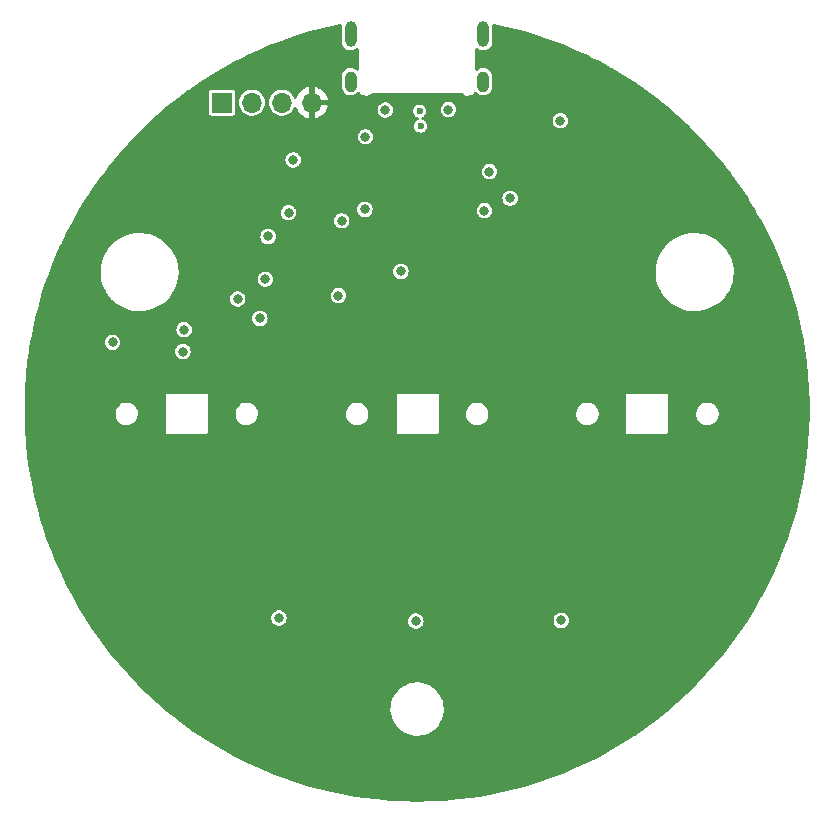
<source format=gbr>
%TF.GenerationSoftware,KiCad,Pcbnew,(7.0.0-0)*%
%TF.CreationDate,2023-04-23T02:24:18-05:00*%
%TF.ProjectId,RP2040_minimal,52503230-3430-45f6-9d69-6e696d616c2e,REV1*%
%TF.SameCoordinates,Original*%
%TF.FileFunction,Copper,L2,Inr*%
%TF.FilePolarity,Positive*%
%FSLAX46Y46*%
G04 Gerber Fmt 4.6, Leading zero omitted, Abs format (unit mm)*
G04 Created by KiCad (PCBNEW (7.0.0-0)) date 2023-04-23 02:24:18*
%MOMM*%
%LPD*%
G01*
G04 APERTURE LIST*
%TA.AperFunction,ComponentPad*%
%ADD10O,1.000000X1.800000*%
%TD*%
%TA.AperFunction,ComponentPad*%
%ADD11O,1.000000X2.200000*%
%TD*%
%TA.AperFunction,ComponentPad*%
%ADD12R,1.700000X1.700000*%
%TD*%
%TA.AperFunction,ComponentPad*%
%ADD13O,1.700000X1.700000*%
%TD*%
%TA.AperFunction,ViaPad*%
%ADD14C,0.800000*%
%TD*%
%TA.AperFunction,ViaPad*%
%ADD15C,0.600000*%
%TD*%
G04 APERTURE END LIST*
D10*
%TO.N,unconnected-(P1-SHIELD-PadS1)*%
%TO.C,P1*%
X5619999Y28119999D03*
D11*
X5619999Y32119999D03*
D10*
X-5619999Y28119999D03*
D11*
X-5619999Y32119999D03*
%TD*%
D12*
%TO.N,VDD*%
%TO.C,J1*%
X-16529999Y26349999D03*
D13*
%TO.N,SWCLK*%
X-13989999Y26349999D03*
%TO.N,SWDIO*%
X-11449999Y26349999D03*
%TO.N,GND*%
X-8909999Y26349999D03*
%TD*%
D14*
%TO.N,GND*%
X8166000Y5294000D03*
X2166000Y-18706000D03*
X-19834000Y-24706000D03*
X-7834000Y-20706000D03*
X-27834000Y-12706000D03*
X-9834000Y-6706000D03*
X-16040000Y13390000D03*
X-17834000Y3294000D03*
X-3860000Y4840000D03*
X-11140000Y13440000D03*
X12166000Y-706000D03*
X14166000Y23294000D03*
X-11470000Y4950000D03*
X-1834000Y-30706000D03*
X-7834000Y-24706000D03*
X18166000Y9294000D03*
X30166000Y3294000D03*
X16166000Y-16706000D03*
X30166000Y1294000D03*
X6527500Y8897500D03*
X6166000Y5294000D03*
X-4120000Y25800000D03*
X-3270000Y24340000D03*
X12166000Y-14706000D03*
X-4100000Y2110000D03*
X-11834000Y-12706000D03*
X-2110000Y0D03*
X-27834000Y11294000D03*
X-17768093Y18220000D03*
X166000Y5294000D03*
X-23834000Y-2706000D03*
X30166000Y-10706000D03*
X14166000Y-24706000D03*
X166000Y-12706000D03*
X8166000Y-706000D03*
X-12100000Y22575000D03*
X7265000Y9987500D03*
X-11834000Y29294000D03*
X-10659500Y6950000D03*
X-9834000Y1294000D03*
X10166000Y-6706000D03*
X-21834000Y-22706000D03*
X-21834000Y-2706000D03*
X14166000Y-28706000D03*
X20166000Y5294000D03*
X-9834000Y31294000D03*
X20166000Y-4706000D03*
X22166000Y3294000D03*
X24166000Y3294000D03*
X2450000Y860000D03*
X-3834000Y-30706000D03*
X14166000Y5294000D03*
X-9980000Y18160000D03*
X-530000Y2940000D03*
X-13834000Y-12706000D03*
X4166000Y-18706000D03*
X-21328093Y15340000D03*
X6166000Y-4706000D03*
X12166000Y29294000D03*
X-4900000Y15880000D03*
X12166000Y27294000D03*
X-3834000Y-12706000D03*
X24166000Y-20706000D03*
X-1830000Y19950000D03*
X-4100000Y3669500D03*
X-16860000Y18830000D03*
X166000Y-6706000D03*
X24166000Y21294000D03*
X-14480000Y21270000D03*
X-11834000Y-24706000D03*
X-31834000Y-4706000D03*
X18166000Y-12706000D03*
X-23834000Y3294000D03*
X-9834000Y-4706000D03*
X2166000Y5294000D03*
X-19834000Y9294000D03*
X30166000Y9294000D03*
X4166000Y5294000D03*
X-15974954Y-1860000D03*
X8166000Y27294000D03*
X12166000Y-28706000D03*
X10166000Y21294000D03*
X1575000Y9125000D03*
X5690000Y7862500D03*
X-17834000Y-18706000D03*
X-2850000Y20930000D03*
X-1810000Y2910000D03*
X-7834000Y-30706000D03*
X-7834000Y-8706000D03*
X-11910000Y-20660000D03*
X30166000Y-8706000D03*
X18166000Y5294000D03*
X-27834000Y-2706000D03*
X4395531Y10800076D03*
X9225000Y8750000D03*
X6166000Y-30706000D03*
X-10700000Y5660000D03*
X-9834000Y-8706000D03*
X8166000Y-30706000D03*
X22166000Y5294000D03*
X-27834000Y-4706000D03*
X-15834000Y-18706000D03*
X-6760000Y22410000D03*
X-25834000Y19294000D03*
X14166000Y-14706000D03*
X10166000Y-18706000D03*
X780000Y2990000D03*
X12166000Y-12706000D03*
X8166000Y-12706000D03*
X18166000Y15294000D03*
X32166000Y3294000D03*
X-27834000Y5294000D03*
X-15834000Y-26706000D03*
X12142500Y10540000D03*
X-10100000Y13860000D03*
X-23834000Y-8706000D03*
X22166000Y-10706000D03*
X4489898Y26525534D03*
X8166000Y-18706000D03*
X14166000Y-12706000D03*
X26166000Y5294000D03*
X20166000Y25294000D03*
X-4520741Y26532318D03*
X24166000Y-8706000D03*
X-21834000Y7294000D03*
X8166000Y15294000D03*
X2166000Y-28706000D03*
X28166000Y-12706000D03*
X22166000Y21294000D03*
X-17834000Y-24706000D03*
X-13834000Y-6706000D03*
X-31834000Y-2706000D03*
X10166000Y-4706000D03*
X18166000Y11294000D03*
X26166000Y-18706000D03*
X-7834000Y29294000D03*
X-27834000Y7294000D03*
X17280000Y0D03*
X-1834000Y5294000D03*
X-11834000Y-706000D03*
X-27834000Y-10706000D03*
X4394000Y19990000D03*
X18166000Y-6706000D03*
X8166000Y29294000D03*
X30166000Y11294000D03*
X-11834000Y1294000D03*
X30166000Y-4706000D03*
X28166000Y-14706000D03*
X-7834000Y-12706000D03*
X-13390000Y6810000D03*
X-7834000Y-4706000D03*
X16166000Y15294000D03*
X16166000Y-20706000D03*
X8600000Y11925000D03*
X-13834000Y-4706000D03*
X-11834000Y-4706000D03*
X10166000Y-706000D03*
X8166000Y-4706000D03*
X-23834000Y-20706000D03*
X8166000Y1294000D03*
X4040000Y-7140000D03*
X24166000Y7294000D03*
X0Y-20600000D03*
X-5340000Y13630000D03*
X14166000Y-6706000D03*
X21980000Y810000D03*
X-9000000Y17150000D03*
X26166000Y-2706000D03*
X-12730000Y16140000D03*
X1900000Y22510000D03*
X-7834000Y-18706000D03*
X-27834000Y1294000D03*
X-21834000Y-20706000D03*
X-19834000Y-4706000D03*
X-2613000Y22333000D03*
X30166000Y-6706000D03*
X-12700000Y4880000D03*
X32166000Y1294000D03*
X-1650000Y21370000D03*
X14166000Y-22706000D03*
X10166000Y5294000D03*
X-7834000Y-28706000D03*
X-7834000Y-706000D03*
X-13834000Y-8706000D03*
X10166000Y29294000D03*
X-9834000Y-18706000D03*
X-6970000Y4490000D03*
X26166000Y-12706000D03*
X11760000Y-23190000D03*
X-6865000Y-23165000D03*
X20166000Y-24706000D03*
X-19834000Y3294000D03*
X-31834000Y5294000D03*
X-15460000Y-7080000D03*
X8166000Y31294000D03*
X18166000Y13294000D03*
X26085000Y-16545000D03*
X-18380000Y6870000D03*
X28166000Y-10706000D03*
X16166000Y-18706000D03*
X-375000Y10600000D03*
X4166000Y-12706000D03*
X2166000Y-30706000D03*
X-11000000Y23450000D03*
X-4970000Y24970000D03*
X-9834000Y29294000D03*
X-9834000Y-22706000D03*
X-6900000Y5710000D03*
X-23834000Y21294000D03*
X-17150000Y13360000D03*
X-21834000Y3294000D03*
X16166000Y13294000D03*
X4166000Y-16706000D03*
X14166000Y27294000D03*
X166000Y-28706000D03*
X-9834000Y3294000D03*
X20166000Y-12706000D03*
X-3834000Y-18706000D03*
X32166000Y-706000D03*
X-29834000Y-10706000D03*
X-11440000Y15860000D03*
X-1834000Y-28706000D03*
X16166000Y9294000D03*
X26166000Y7294000D03*
X30166000Y5294000D03*
X3800000Y25970000D03*
X20166000Y-10706000D03*
X-11834000Y-28706000D03*
X12166000Y1294000D03*
X10166000Y1294000D03*
X6166000Y-8706000D03*
X-9834000Y-12706000D03*
X-17834000Y-2706000D03*
X-5290000Y2170000D03*
X26166000Y-6706000D03*
X-29834000Y-8706000D03*
X20166000Y15294000D03*
X-19834000Y-22706000D03*
X-5834000Y-4706000D03*
X16166000Y-14706000D03*
X12166000Y-24706000D03*
X8166000Y-24706000D03*
X16166000Y11294000D03*
X10166000Y27294000D03*
X5950000Y26300000D03*
X-11834000Y-8706000D03*
X-8970000Y24540000D03*
X-27834000Y-706000D03*
X-1834000Y7294000D03*
X16166000Y5294000D03*
X-11834000Y-6706000D03*
X30166000Y-706000D03*
X16166000Y27294000D03*
X12166000Y-6706000D03*
X32166000Y-2706000D03*
X-3910000Y6741041D03*
X14166000Y9294000D03*
X-9834000Y-706000D03*
X-21834000Y17294000D03*
X6166000Y-6706000D03*
X16166000Y25294000D03*
X4166000Y-8706000D03*
X-13834000Y-22706000D03*
X-7834000Y31294000D03*
X-25834000Y-12706000D03*
X-1834000Y-18706000D03*
X-31834000Y3294000D03*
X166000Y-4706000D03*
X-13834000Y-18706000D03*
X22166000Y-22706000D03*
X-31834000Y-706000D03*
X6166000Y-22706000D03*
X-9270000Y11570000D03*
X8166000Y-8706000D03*
X-13834000Y-28706000D03*
X-11834000Y-22706000D03*
X30166000Y7294000D03*
X12166000Y-8706000D03*
X14166000Y29294000D03*
X-1834000Y-12706000D03*
X-27834000Y3294000D03*
X18166000Y-20706000D03*
X-15925000Y25000D03*
X-7850000Y2875000D03*
X166000Y13294000D03*
X-7890000Y18370000D03*
X10166000Y-8706000D03*
X14166000Y13294000D03*
X-6920000Y2170000D03*
X8166000Y-6706000D03*
X14166000Y-18706000D03*
X18166000Y-18706000D03*
X-27834000Y9294000D03*
X-23834000Y7294000D03*
X20166000Y9294000D03*
X10166000Y-12706000D03*
X18166000Y25294000D03*
X26166000Y19294000D03*
X-17225000Y23865000D03*
X12166000Y-4706000D03*
X4570000Y23140000D03*
X-21670000Y-10000D03*
X-7700000Y11600000D03*
X8166000Y25294000D03*
X-2840000Y2580000D03*
X-19550000Y11890000D03*
X18600000Y20890000D03*
X30166000Y-2706000D03*
X-5330000Y10100000D03*
X-4370000Y11730000D03*
X2166000Y-12706000D03*
X-8340000Y12860000D03*
X166000Y-30706000D03*
X2166000Y19294000D03*
X-7834000Y-6706000D03*
X12166000Y5294000D03*
X-19834000Y25294000D03*
X-8230000Y21850000D03*
X-19834000Y-6706000D03*
X12220000Y-20610000D03*
X4166000Y-30706000D03*
X-5834000Y-30706000D03*
X-27834000Y-14706000D03*
X-16900000Y-15400000D03*
X-31834000Y1294000D03*
X-14490000Y4120000D03*
X20166000Y23294000D03*
X14166000Y-4706000D03*
X-19834000Y-2706000D03*
X-13834000Y29294000D03*
X-5410000Y3669500D03*
X-21230000Y19040000D03*
X20166000Y21294000D03*
X-21834000Y23294000D03*
X-5834000Y-6706000D03*
X16166000Y-22706000D03*
X23530000Y-7140000D03*
X16166000Y-12706000D03*
X-6970000Y6910000D03*
X22166000Y23294000D03*
%TO.N,VBUS*%
X2650000Y25750000D03*
X-2690000Y25720000D03*
%TO.N,BUTT0*%
X-11695000Y-17285000D03*
X-25790000Y6050000D03*
X-12850000Y11390000D03*
%TO.N,+5V*%
X12120000Y24810000D03*
X6120000Y20500000D03*
X7875000Y18250000D03*
D15*
%TO.N,USB_D+*%
X210000Y25640000D03*
X303779Y24365500D03*
D14*
%TO.N,BOOT0*%
X-10491280Y21496104D03*
%TO.N,BUTT1*%
X-15190000Y9720000D03*
X-110000Y-17540000D03*
X-19730000Y7120000D03*
%TO.N,BUTT2*%
X-19830000Y5260500D03*
X-13310000Y8070000D03*
X12202500Y-17490000D03*
%TO.N,NRST*%
X-12610000Y15010000D03*
%TO.N,BOOT1*%
X-1370000Y12060000D03*
X-6659851Y10007294D03*
%TO.N,Net-(D4-DIN)*%
X5704977Y17195023D03*
%TO.N,VDD*%
X-10880000Y17020000D03*
X-6380000Y16340000D03*
%TO.N,SWDIO*%
X-4370000Y23450000D03*
X-4430000Y17310000D03*
%TD*%
%TA.AperFunction,Conductor*%
%TO.N,GND*%
G36*
X6841630Y32928140D02*
G01*
X6845759Y32927271D01*
X7960111Y32672643D01*
X7964226Y32671628D01*
X8751743Y32462838D01*
X9069137Y32378689D01*
X9073255Y32377521D01*
X10167407Y32046620D01*
X10171414Y32045332D01*
X11224882Y31686608D01*
X11253456Y31676878D01*
X11257486Y31675429D01*
X12326207Y31269835D01*
X12330144Y31268262D01*
X13384220Y30826029D01*
X13388064Y30824338D01*
X14426311Y30345960D01*
X14430094Y30344137D01*
X14803122Y30156392D01*
X15451127Y29830252D01*
X15454916Y29828263D01*
X15892438Y29588788D01*
X16457623Y29279437D01*
X16461324Y29277328D01*
X17177913Y28852326D01*
X17444483Y28694226D01*
X17448126Y28691979D01*
X18410552Y28075307D01*
X18414115Y28072936D01*
X19354666Y27423429D01*
X19358146Y27420937D01*
X20275767Y26739320D01*
X20279159Y26736708D01*
X20783311Y26334491D01*
X21169759Y26026179D01*
X21172670Y26023857D01*
X21175969Y26021131D01*
X22044372Y25277844D01*
X22047575Y25275005D01*
X22889784Y24502211D01*
X22892888Y24499263D01*
X23128870Y24267229D01*
X23650298Y23754523D01*
X23707950Y23697836D01*
X23710949Y23694782D01*
X24497838Y22865731D01*
X24500731Y22862577D01*
X25258556Y22006841D01*
X25261338Y22003588D01*
X25989171Y21122215D01*
X25991839Y21118868D01*
X26174364Y20881614D01*
X26580937Y20353130D01*
X26688818Y20212902D01*
X26691369Y20209465D01*
X27356664Y19279984D01*
X27359095Y19276461D01*
X27991918Y18324567D01*
X27994226Y18320962D01*
X28216316Y17960500D01*
X28593830Y17347775D01*
X28596000Y17344113D01*
X28817880Y16954491D01*
X29161653Y16350824D01*
X29163706Y16347069D01*
X29694728Y15334872D01*
X29696651Y15331048D01*
X30192427Y14301117D01*
X30194217Y14297229D01*
X30654163Y13250774D01*
X30655817Y13246826D01*
X31079359Y12185156D01*
X31080874Y12181158D01*
X31112025Y12094498D01*
X31467521Y11105504D01*
X31468899Y11101451D01*
X31818204Y10013054D01*
X31819442Y10008957D01*
X32130968Y8909177D01*
X32132063Y8905039D01*
X32405441Y7795178D01*
X32406393Y7791005D01*
X32612550Y6809301D01*
X32638294Y6686710D01*
X32641312Y6672341D01*
X32642119Y6668137D01*
X32838281Y5542069D01*
X32838943Y5537841D01*
X32996131Y4405625D01*
X32996646Y4401376D01*
X33114658Y3264467D01*
X33115027Y3260202D01*
X33193733Y2119848D01*
X33193954Y2115574D01*
X33233256Y973190D01*
X33233329Y968910D01*
X33233180Y-174117D01*
X33233106Y-178397D01*
X33193506Y-1320801D01*
X33193283Y-1325075D01*
X33114284Y-2465347D01*
X33113915Y-2469612D01*
X32995602Y-3606525D01*
X32995086Y-3610774D01*
X32837604Y-4742945D01*
X32836941Y-4747173D01*
X32640481Y-5873218D01*
X32639672Y-5877422D01*
X32404473Y-6995975D01*
X32403521Y-7000147D01*
X32129841Y-8109985D01*
X32128744Y-8114123D01*
X31816940Y-9213795D01*
X31815702Y-9217892D01*
X31466110Y-10306207D01*
X31464730Y-10310259D01*
X31077808Y-11385799D01*
X31076290Y-11389801D01*
X30652468Y-12451370D01*
X30650813Y-12455317D01*
X30190599Y-13501643D01*
X30188808Y-13505531D01*
X29692764Y-14535332D01*
X29690840Y-14539156D01*
X29159548Y-15551226D01*
X29157494Y-15554980D01*
X28591589Y-16548112D01*
X28589406Y-16551794D01*
X27989553Y-17524814D01*
X27987244Y-17528418D01*
X27354183Y-18480134D01*
X27351751Y-18483657D01*
X26686203Y-19412978D01*
X26683651Y-19416414D01*
X25986449Y-20322183D01*
X25983780Y-20325530D01*
X25255719Y-21206712D01*
X25252937Y-21209964D01*
X24494874Y-22065520D01*
X24491980Y-22068674D01*
X23704862Y-22897534D01*
X23701861Y-22900586D01*
X22886618Y-23701772D01*
X22883514Y-23704719D01*
X22041106Y-24477293D01*
X22037902Y-24480132D01*
X21169289Y-25223207D01*
X21165989Y-25225932D01*
X20272306Y-25938538D01*
X20268914Y-25941149D01*
X19351134Y-26622514D01*
X19347654Y-26625006D01*
X18406901Y-27274291D01*
X18403337Y-27276661D01*
X17440729Y-27893096D01*
X17437085Y-27895341D01*
X16453819Y-28478159D01*
X16450100Y-28480278D01*
X15447268Y-29028834D01*
X15443478Y-29030823D01*
X14422314Y-29544440D01*
X14418457Y-29546297D01*
X13380194Y-30024354D01*
X13376276Y-30026077D01*
X12322102Y-30468028D01*
X12318127Y-30469614D01*
X11249369Y-30874904D01*
X11245341Y-30876353D01*
X10163175Y-31244534D01*
X10159099Y-31245842D01*
X9064922Y-31576440D01*
X9060804Y-31577607D01*
X7955871Y-31870243D01*
X7951715Y-31871268D01*
X6837299Y-32125605D01*
X6833111Y-32126485D01*
X5710598Y-32342204D01*
X5706381Y-32342939D01*
X4577094Y-32519788D01*
X4572854Y-32520377D01*
X3438160Y-32658143D01*
X3433903Y-32658586D01*
X2295084Y-32757111D01*
X2290814Y-32757406D01*
X1149312Y-32816566D01*
X1145034Y-32816714D01*
X2148Y-32836443D01*
X-2132Y-32836443D01*
X-1145019Y-32816714D01*
X-1149297Y-32816566D01*
X-2290799Y-32757407D01*
X-2295069Y-32757112D01*
X-3433888Y-32658587D01*
X-3438145Y-32658144D01*
X-4572839Y-32520378D01*
X-4577079Y-32519789D01*
X-5706371Y-32342940D01*
X-5710580Y-32342206D01*
X-6360149Y-32217375D01*
X-6833090Y-32126488D01*
X-6837278Y-32125608D01*
X-7951700Y-31871270D01*
X-7955856Y-31870245D01*
X-9060789Y-31577609D01*
X-9064907Y-31576442D01*
X-10159084Y-31245845D01*
X-10163160Y-31244537D01*
X-11245326Y-30876356D01*
X-11249354Y-30874907D01*
X-12318113Y-30469617D01*
X-12322088Y-30468031D01*
X-13376262Y-30026080D01*
X-13380180Y-30024357D01*
X-14418442Y-29546300D01*
X-14422299Y-29544443D01*
X-15443464Y-29030827D01*
X-15447254Y-29028838D01*
X-16450086Y-28480282D01*
X-16453805Y-28478163D01*
X-17437071Y-27895345D01*
X-17440715Y-27893100D01*
X-18403323Y-27276665D01*
X-18406887Y-27274295D01*
X-19188589Y-26734784D01*
X-19347647Y-26625006D01*
X-19351120Y-26622519D01*
X-19424513Y-26568032D01*
X-20081591Y-26080214D01*
X-20268901Y-25941154D01*
X-20272293Y-25938543D01*
X-21165976Y-25225937D01*
X-21169276Y-25223212D01*
X-21342096Y-25075369D01*
X-2254277Y-25075369D01*
X-2253863Y-25079490D01*
X-2253862Y-25079501D01*
X-2224534Y-25371034D01*
X-2224533Y-25371044D01*
X-2224118Y-25375162D01*
X-2154269Y-25668261D01*
X-2045977Y-25949434D01*
X-2043993Y-25953055D01*
X-2043987Y-25953067D01*
X-1974308Y-26080214D01*
X-1901175Y-26213665D01*
X-1898719Y-26216998D01*
X-1898716Y-26217003D01*
X-1807278Y-26341103D01*
X-1722446Y-26456238D01*
X-1512980Y-26672824D01*
X-1393263Y-26767363D01*
X-1279770Y-26856988D01*
X-1279766Y-26856990D01*
X-1276515Y-26859558D01*
X-1017270Y-27013109D01*
X-1013466Y-27014722D01*
X-1013462Y-27014724D01*
X-908422Y-27059264D01*
X-739872Y-27130736D01*
X-449271Y-27210340D01*
X-150653Y-27250500D01*
X73162Y-27250500D01*
X75244Y-27250500D01*
X300634Y-27235412D01*
X595903Y-27175396D01*
X880537Y-27076560D01*
X1149459Y-26940668D01*
X1397869Y-26770144D01*
X1621333Y-26568032D01*
X1815865Y-26337939D01*
X1977993Y-26083970D01*
X2104823Y-25810658D01*
X2194093Y-25522879D01*
X2244209Y-25225770D01*
X2254277Y-24924631D01*
X2224118Y-24624838D01*
X2154269Y-24331739D01*
X2045977Y-24050566D01*
X1901175Y-23786335D01*
X1722446Y-23543762D01*
X1512980Y-23327176D01*
X1386770Y-23227509D01*
X1279769Y-23143011D01*
X1279762Y-23143006D01*
X1276515Y-23140442D01*
X1272954Y-23138332D01*
X1272947Y-23138328D01*
X1020831Y-22989000D01*
X1020828Y-22988998D01*
X1017270Y-22986891D01*
X1013471Y-22985280D01*
X1013461Y-22985275D01*
X743681Y-22870879D01*
X743678Y-22870878D01*
X739872Y-22869264D01*
X735885Y-22868172D01*
X735877Y-22868169D01*
X453278Y-22790757D01*
X453269Y-22790755D01*
X449271Y-22789660D01*
X445164Y-22789107D01*
X445156Y-22789106D01*
X154754Y-22750051D01*
X154746Y-22750050D01*
X150653Y-22749500D01*
X-75244Y-22749500D01*
X-77318Y-22749638D01*
X-77323Y-22749639D01*
X-296502Y-22764311D01*
X-296508Y-22764311D01*
X-300634Y-22764588D01*
X-304691Y-22765412D01*
X-304694Y-22765413D01*
X-591835Y-22823777D01*
X-591838Y-22823777D01*
X-595903Y-22824604D01*
X-599817Y-22825963D01*
X-599824Y-22825965D01*
X-876625Y-22922081D01*
X-876633Y-22922084D01*
X-880537Y-22923440D01*
X-884229Y-22925305D01*
X-884237Y-22925309D01*
X-1145758Y-23057461D01*
X-1145768Y-23057466D01*
X-1149459Y-23059332D01*
X-1152870Y-23061672D01*
X-1152876Y-23061677D01*
X-1394452Y-23227509D01*
X-1394466Y-23227519D01*
X-1397869Y-23229856D01*
X-1400934Y-23232627D01*
X-1400944Y-23232636D01*
X-1618259Y-23429187D01*
X-1618265Y-23429192D01*
X-1621333Y-23431968D01*
X-1624002Y-23435123D01*
X-1624009Y-23435132D01*
X-1813190Y-23658896D01*
X-1813196Y-23658903D01*
X-1815865Y-23662061D01*
X-1818088Y-23665542D01*
X-1818096Y-23665554D01*
X-1975767Y-23912542D01*
X-1975771Y-23912549D01*
X-1977993Y-23916030D01*
X-1979733Y-23919779D01*
X-1979736Y-23919785D01*
X-2103078Y-24185580D01*
X-2103082Y-24185589D01*
X-2104823Y-24189342D01*
X-2106049Y-24193291D01*
X-2106051Y-24193299D01*
X-2192866Y-24473165D01*
X-2194093Y-24477121D01*
X-2194782Y-24481199D01*
X-2194782Y-24481204D01*
X-2219010Y-24624838D01*
X-2244209Y-24774230D01*
X-2244347Y-24778353D01*
X-2244348Y-24778365D01*
X-2254139Y-25071222D01*
X-2254139Y-25071231D01*
X-2254277Y-25075369D01*
X-21342096Y-25075369D01*
X-22037889Y-24480137D01*
X-22041093Y-24477298D01*
X-22883487Y-23704739D01*
X-22886592Y-23701792D01*
X-23270394Y-23324607D01*
X-23701871Y-22900569D01*
X-23704863Y-22897525D01*
X-23731701Y-22869264D01*
X-24491977Y-22068670D01*
X-24494862Y-22065525D01*
X-25252925Y-21209970D01*
X-25255707Y-21206718D01*
X-25983768Y-20325537D01*
X-25986437Y-20322190D01*
X-26683640Y-19416420D01*
X-26686192Y-19412984D01*
X-26874157Y-19150524D01*
X-27351743Y-18483657D01*
X-27354162Y-18480154D01*
X-27571981Y-18152696D01*
X-27987243Y-17528410D01*
X-27989551Y-17524807D01*
X-28036388Y-17448832D01*
X-28137388Y-17285000D01*
X-12350278Y-17285000D01*
X-12349374Y-17292445D01*
X-12332142Y-17434370D01*
X-12332141Y-17434375D01*
X-12331237Y-17441818D01*
X-12328578Y-17448831D01*
X-12328577Y-17448832D01*
X-12298397Y-17528412D01*
X-12275220Y-17589523D01*
X-12185483Y-17719530D01*
X-12179874Y-17724499D01*
X-12179873Y-17724500D01*
X-12100833Y-17794523D01*
X-12067240Y-17824283D01*
X-11927365Y-17897696D01*
X-11843530Y-17918359D01*
X-11798329Y-17929500D01*
X-11773985Y-17935500D01*
X-11623515Y-17935500D01*
X-11616015Y-17935500D01*
X-11462635Y-17897696D01*
X-11322760Y-17824283D01*
X-11204517Y-17719530D01*
X-11114780Y-17589523D01*
X-11095998Y-17540000D01*
X-765278Y-17540000D01*
X-764374Y-17547445D01*
X-747142Y-17689370D01*
X-747141Y-17689375D01*
X-746237Y-17696818D01*
X-743578Y-17703831D01*
X-743577Y-17703832D01*
X-696574Y-17827771D01*
X-690220Y-17844523D01*
X-685957Y-17850699D01*
X-627424Y-17935500D01*
X-600483Y-17974530D01*
X-482240Y-18079283D01*
X-342365Y-18152696D01*
X-188985Y-18190500D01*
X-38515Y-18190500D01*
X-31015Y-18190500D01*
X122365Y-18152696D01*
X262240Y-18079283D01*
X380483Y-17974530D01*
X470220Y-17844523D01*
X526237Y-17696818D01*
X545278Y-17540000D01*
X539207Y-17490000D01*
X11547222Y-17490000D01*
X11548126Y-17497445D01*
X11565358Y-17639370D01*
X11565359Y-17639375D01*
X11566263Y-17646818D01*
X11568922Y-17653831D01*
X11568923Y-17653832D01*
X11591498Y-17713359D01*
X11622280Y-17794523D01*
X11626543Y-17800699D01*
X11691088Y-17894210D01*
X11712017Y-17924530D01*
X11830260Y-18029283D01*
X11970135Y-18102696D01*
X12123515Y-18140500D01*
X12273985Y-18140500D01*
X12281485Y-18140500D01*
X12434865Y-18102696D01*
X12574740Y-18029283D01*
X12692983Y-17924530D01*
X12782720Y-17794523D01*
X12838737Y-17646818D01*
X12857778Y-17490000D01*
X12838737Y-17333182D01*
X12782720Y-17185477D01*
X12692983Y-17055470D01*
X12616253Y-16987494D01*
X12580356Y-16955692D01*
X12580354Y-16955690D01*
X12574740Y-16950717D01*
X12568095Y-16947229D01*
X12568093Y-16947228D01*
X12441506Y-16880789D01*
X12441502Y-16880787D01*
X12434865Y-16877304D01*
X12427587Y-16875510D01*
X12427584Y-16875509D01*
X12288767Y-16841294D01*
X12288760Y-16841293D01*
X12281485Y-16839500D01*
X12123515Y-16839500D01*
X12116240Y-16841292D01*
X12116232Y-16841294D01*
X11977415Y-16875509D01*
X11977409Y-16875510D01*
X11970135Y-16877304D01*
X11963500Y-16880786D01*
X11963493Y-16880789D01*
X11836906Y-16947228D01*
X11836900Y-16947231D01*
X11830260Y-16950717D01*
X11824648Y-16955687D01*
X11824643Y-16955692D01*
X11717627Y-17050499D01*
X11717622Y-17050503D01*
X11712017Y-17055470D01*
X11707762Y-17061634D01*
X11707757Y-17061640D01*
X11626543Y-17179300D01*
X11626540Y-17179303D01*
X11622280Y-17185477D01*
X11619620Y-17192488D01*
X11619618Y-17192494D01*
X11581712Y-17292445D01*
X11566263Y-17333182D01*
X11565359Y-17340622D01*
X11565358Y-17340629D01*
X11548570Y-17478896D01*
X11547222Y-17490000D01*
X539207Y-17490000D01*
X526237Y-17383182D01*
X470220Y-17235477D01*
X380483Y-17105470D01*
X262240Y-17000717D01*
X255595Y-16997229D01*
X255593Y-16997228D01*
X129006Y-16930789D01*
X129002Y-16930787D01*
X122365Y-16927304D01*
X115087Y-16925510D01*
X115084Y-16925509D01*
X-23733Y-16891294D01*
X-23740Y-16891293D01*
X-31015Y-16889500D01*
X-188985Y-16889500D01*
X-196260Y-16891292D01*
X-196268Y-16891294D01*
X-335085Y-16925509D01*
X-335091Y-16925510D01*
X-342365Y-16927304D01*
X-349000Y-16930786D01*
X-349007Y-16930789D01*
X-475594Y-16997228D01*
X-475600Y-16997231D01*
X-482240Y-17000717D01*
X-487852Y-17005687D01*
X-487857Y-17005692D01*
X-594873Y-17100499D01*
X-594878Y-17100503D01*
X-600483Y-17105470D01*
X-604738Y-17111634D01*
X-604743Y-17111640D01*
X-685957Y-17229300D01*
X-685960Y-17229303D01*
X-690220Y-17235477D01*
X-692880Y-17242488D01*
X-692882Y-17242494D01*
X-727275Y-17333182D01*
X-746237Y-17383182D01*
X-747141Y-17390622D01*
X-747142Y-17390629D01*
X-758303Y-17482555D01*
X-765278Y-17540000D01*
X-11095998Y-17540000D01*
X-11058763Y-17441818D01*
X-11039722Y-17285000D01*
X-11058763Y-17128182D01*
X-11114780Y-16980477D01*
X-11204517Y-16850470D01*
X-11322760Y-16745717D01*
X-11329405Y-16742229D01*
X-11329407Y-16742228D01*
X-11455994Y-16675789D01*
X-11455998Y-16675787D01*
X-11462635Y-16672304D01*
X-11469913Y-16670510D01*
X-11469916Y-16670509D01*
X-11608733Y-16636294D01*
X-11608740Y-16636293D01*
X-11616015Y-16634500D01*
X-11773985Y-16634500D01*
X-11781260Y-16636292D01*
X-11781268Y-16636294D01*
X-11920085Y-16670509D01*
X-11920091Y-16670510D01*
X-11927365Y-16672304D01*
X-11934000Y-16675786D01*
X-11934007Y-16675789D01*
X-12060594Y-16742228D01*
X-12060600Y-16742231D01*
X-12067240Y-16745717D01*
X-12072852Y-16750687D01*
X-12072857Y-16750692D01*
X-12179873Y-16845499D01*
X-12179878Y-16845503D01*
X-12185483Y-16850470D01*
X-12189738Y-16856634D01*
X-12189743Y-16856640D01*
X-12270957Y-16974300D01*
X-12270960Y-16974303D01*
X-12275220Y-16980477D01*
X-12277880Y-16987488D01*
X-12277882Y-16987494D01*
X-12328577Y-17121167D01*
X-12331237Y-17128182D01*
X-12332141Y-17135622D01*
X-12332142Y-17135629D01*
X-12337444Y-17179300D01*
X-12350278Y-17285000D01*
X-28137388Y-17285000D01*
X-28589405Y-16551784D01*
X-28591578Y-16548119D01*
X-29157483Y-15554987D01*
X-29159537Y-15551233D01*
X-29690829Y-14539163D01*
X-29692753Y-14535339D01*
X-30188797Y-13505539D01*
X-30190588Y-13501651D01*
X-30190592Y-13501643D01*
X-30650803Y-12455325D01*
X-30652458Y-12451378D01*
X-31033415Y-11497174D01*
X-31076286Y-11389794D01*
X-31077798Y-11385807D01*
X-31464721Y-10310266D01*
X-31466101Y-10306214D01*
X-31786567Y-9308568D01*
X-31815700Y-9217875D01*
X-31816930Y-9213803D01*
X-31816932Y-9213795D01*
X-32128743Y-8114103D01*
X-32129825Y-8110021D01*
X-32403516Y-7000141D01*
X-32404464Y-6995983D01*
X-32639668Y-5877404D01*
X-32640472Y-5873226D01*
X-32836933Y-4747181D01*
X-32837596Y-4742953D01*
X-32995078Y-3610782D01*
X-32995594Y-3606533D01*
X-32995595Y-3606525D01*
X-33113912Y-2469569D01*
X-33114272Y-2465407D01*
X-33193278Y-1325037D01*
X-33193496Y-1320854D01*
X-33233100Y-178364D01*
X-33233173Y-174166D01*
X-33233189Y-48390D01*
X-25534176Y-48390D01*
X-25533225Y-54602D01*
X-25533224Y-54608D01*
X-25505856Y-233259D01*
X-25505854Y-233267D01*
X-25504903Y-239474D01*
X-25502722Y-245364D01*
X-25502720Y-245370D01*
X-25472960Y-325722D01*
X-25437764Y-420753D01*
X-25434438Y-426089D01*
X-25434436Y-426093D01*
X-25381919Y-510350D01*
X-25335509Y-584807D01*
X-25202323Y-724919D01*
X-25043658Y-835353D01*
X-24866012Y-911587D01*
X-24676656Y-950500D01*
X-24534936Y-950500D01*
X-24531794Y-950500D01*
X-24387679Y-935845D01*
X-24203232Y-877974D01*
X-24034209Y-784159D01*
X-23887532Y-658240D01*
X-23769204Y-505373D01*
X-23684070Y-331816D01*
X-23635615Y-144674D01*
X-23625824Y48390D01*
X-23655097Y239474D01*
X-23722236Y420753D01*
X-23774980Y505373D01*
X-23821165Y579471D01*
X-23821166Y579472D01*
X-23824491Y584807D01*
X-23957677Y724919D01*
X-24116342Y835353D01*
X-24122116Y837831D01*
X-24122118Y837832D01*
X-24288214Y909109D01*
X-24288213Y909109D01*
X-24293988Y911587D01*
X-24300142Y912852D01*
X-24300143Y912852D01*
X-24477186Y949235D01*
X-24477191Y949236D01*
X-24483344Y950500D01*
X-24628206Y950500D01*
X-24631317Y950184D01*
X-24631330Y950183D01*
X-24766069Y936481D01*
X-24766072Y936481D01*
X-24772321Y935845D01*
X-24778319Y933964D01*
X-24778320Y933963D01*
X-24950765Y879858D01*
X-24950770Y879857D01*
X-24956768Y877974D01*
X-24962264Y874924D01*
X-24962270Y874921D01*
X-25120292Y787212D01*
X-25120298Y787208D01*
X-25125791Y784159D01*
X-25130556Y780070D01*
X-25130561Y780065D01*
X-25267700Y662334D01*
X-25267705Y662330D01*
X-25272468Y658240D01*
X-25276311Y653276D01*
X-25276318Y653268D01*
X-25386943Y510351D01*
X-25390796Y505373D01*
X-25393564Y499732D01*
X-25393568Y499724D01*
X-25473160Y337464D01*
X-25475930Y331816D01*
X-25477507Y325727D01*
X-25477508Y325723D01*
X-25501448Y233260D01*
X-25524385Y144674D01*
X-25524704Y138394D01*
X-25524704Y138390D01*
X-25533858Y-42108D01*
X-25533858Y-42113D01*
X-25534176Y-48390D01*
X-33233189Y-48390D01*
X-33233322Y968919D01*
X-33233249Y973182D01*
X-33208244Y1700000D01*
X-21250000Y1700000D01*
X-21250000Y-1630000D01*
X-21180000Y-1700000D01*
X-17852211Y-1700000D01*
X-17840000Y-1700000D01*
X-17730000Y-1590000D01*
X-17730000Y-48390D01*
X-15374176Y-48390D01*
X-15373225Y-54602D01*
X-15373224Y-54608D01*
X-15345856Y-233259D01*
X-15345854Y-233267D01*
X-15344903Y-239474D01*
X-15342722Y-245364D01*
X-15342720Y-245370D01*
X-15312960Y-325722D01*
X-15277764Y-420753D01*
X-15274438Y-426089D01*
X-15274436Y-426093D01*
X-15221919Y-510350D01*
X-15175509Y-584807D01*
X-15042323Y-724919D01*
X-14883658Y-835353D01*
X-14706012Y-911587D01*
X-14516656Y-950500D01*
X-14374936Y-950500D01*
X-14371794Y-950500D01*
X-14227679Y-935845D01*
X-14043232Y-877974D01*
X-13874209Y-784159D01*
X-13727532Y-658240D01*
X-13609204Y-505373D01*
X-13524070Y-331816D01*
X-13475615Y-144674D01*
X-13470732Y-48390D01*
X-6034176Y-48390D01*
X-6033225Y-54602D01*
X-6033224Y-54608D01*
X-6005856Y-233259D01*
X-6005854Y-233267D01*
X-6004903Y-239474D01*
X-6002722Y-245364D01*
X-6002720Y-245370D01*
X-5972960Y-325722D01*
X-5937764Y-420753D01*
X-5934438Y-426089D01*
X-5934436Y-426093D01*
X-5881919Y-510350D01*
X-5835509Y-584807D01*
X-5702323Y-724919D01*
X-5543658Y-835353D01*
X-5366012Y-911587D01*
X-5176656Y-950500D01*
X-5034936Y-950500D01*
X-5031794Y-950500D01*
X-4887679Y-935845D01*
X-4703232Y-877974D01*
X-4534209Y-784159D01*
X-4387532Y-658240D01*
X-4269204Y-505373D01*
X-4184070Y-331816D01*
X-4135615Y-144674D01*
X-4125824Y48390D01*
X-4155097Y239474D01*
X-4222236Y420753D01*
X-4274980Y505373D01*
X-4321165Y579471D01*
X-4321166Y579472D01*
X-4324491Y584807D01*
X-4457677Y724919D01*
X-4616342Y835353D01*
X-4622116Y837831D01*
X-4622118Y837832D01*
X-4788214Y909109D01*
X-4788213Y909109D01*
X-4793988Y911587D01*
X-4800142Y912852D01*
X-4800143Y912852D01*
X-4977186Y949235D01*
X-4977191Y949236D01*
X-4983344Y950500D01*
X-5128206Y950500D01*
X-5131317Y950184D01*
X-5131330Y950183D01*
X-5266069Y936481D01*
X-5266072Y936481D01*
X-5272321Y935845D01*
X-5278319Y933964D01*
X-5278320Y933963D01*
X-5450765Y879858D01*
X-5450770Y879857D01*
X-5456768Y877974D01*
X-5462264Y874924D01*
X-5462270Y874921D01*
X-5620292Y787212D01*
X-5620298Y787208D01*
X-5625791Y784159D01*
X-5630556Y780070D01*
X-5630561Y780065D01*
X-5767700Y662334D01*
X-5767705Y662330D01*
X-5772468Y658240D01*
X-5776311Y653276D01*
X-5776318Y653268D01*
X-5886943Y510351D01*
X-5890796Y505373D01*
X-5893564Y499732D01*
X-5893568Y499724D01*
X-5973160Y337464D01*
X-5975930Y331816D01*
X-5977507Y325727D01*
X-5977508Y325723D01*
X-6001448Y233260D01*
X-6024385Y144674D01*
X-6024704Y138394D01*
X-6024704Y138390D01*
X-6033858Y-42108D01*
X-6033858Y-42113D01*
X-6034176Y-48390D01*
X-13470732Y-48390D01*
X-13465824Y48390D01*
X-13495097Y239474D01*
X-13562236Y420753D01*
X-13614980Y505373D01*
X-13661165Y579471D01*
X-13661166Y579472D01*
X-13664491Y584807D01*
X-13797677Y724919D01*
X-13956342Y835353D01*
X-13962116Y837831D01*
X-13962118Y837832D01*
X-14128214Y909109D01*
X-14128213Y909109D01*
X-14133988Y911587D01*
X-14140142Y912852D01*
X-14140143Y912852D01*
X-14317186Y949235D01*
X-14317191Y949236D01*
X-14323344Y950500D01*
X-14468206Y950500D01*
X-14471317Y950184D01*
X-14471330Y950183D01*
X-14606069Y936481D01*
X-14606072Y936481D01*
X-14612321Y935845D01*
X-14618319Y933964D01*
X-14618320Y933963D01*
X-14790765Y879858D01*
X-14790770Y879857D01*
X-14796768Y877974D01*
X-14802264Y874924D01*
X-14802270Y874921D01*
X-14960292Y787212D01*
X-14960298Y787208D01*
X-14965791Y784159D01*
X-14970556Y780070D01*
X-14970561Y780065D01*
X-15107700Y662334D01*
X-15107705Y662330D01*
X-15112468Y658240D01*
X-15116311Y653276D01*
X-15116318Y653268D01*
X-15226943Y510351D01*
X-15230796Y505373D01*
X-15233564Y499732D01*
X-15233568Y499724D01*
X-15313160Y337464D01*
X-15315930Y331816D01*
X-15317507Y325727D01*
X-15317508Y325723D01*
X-15341448Y233260D01*
X-15364385Y144674D01*
X-15364704Y138394D01*
X-15364704Y138390D01*
X-15373858Y-42108D01*
X-15373858Y-42113D01*
X-15374176Y-48390D01*
X-17730000Y-48390D01*
X-17730000Y1690000D01*
X-17740000Y1700000D01*
X-21250000Y1700000D01*
X-33208244Y1700000D01*
X-33207900Y1710000D01*
X-1690000Y1710000D01*
X-1690000Y-1620000D01*
X-1620000Y-1690000D01*
X1707789Y-1690000D01*
X1720000Y-1690000D01*
X1830000Y-1580000D01*
X1830000Y-48390D01*
X4125824Y-48390D01*
X4126775Y-54602D01*
X4126776Y-54608D01*
X4154144Y-233259D01*
X4154146Y-233267D01*
X4155097Y-239474D01*
X4157278Y-245364D01*
X4157280Y-245370D01*
X4187040Y-325722D01*
X4222236Y-420753D01*
X4225562Y-426089D01*
X4225564Y-426093D01*
X4278081Y-510350D01*
X4324491Y-584807D01*
X4457677Y-724919D01*
X4616342Y-835353D01*
X4793988Y-911587D01*
X4983344Y-950500D01*
X5125064Y-950500D01*
X5128206Y-950500D01*
X5272321Y-935845D01*
X5456768Y-877974D01*
X5625791Y-784159D01*
X5772468Y-658240D01*
X5890796Y-505373D01*
X5975930Y-331816D01*
X6024385Y-144674D01*
X6029268Y-48390D01*
X13465824Y-48390D01*
X13466775Y-54602D01*
X13466776Y-54608D01*
X13494144Y-233259D01*
X13494146Y-233267D01*
X13495097Y-239474D01*
X13497278Y-245364D01*
X13497280Y-245370D01*
X13527040Y-325722D01*
X13562236Y-420753D01*
X13565562Y-426089D01*
X13565564Y-426093D01*
X13618081Y-510350D01*
X13664491Y-584807D01*
X13797677Y-724919D01*
X13956342Y-835353D01*
X14133988Y-911587D01*
X14323344Y-950500D01*
X14465064Y-950500D01*
X14468206Y-950500D01*
X14612321Y-935845D01*
X14796768Y-877974D01*
X14965791Y-784159D01*
X15112468Y-658240D01*
X15230796Y-505373D01*
X15315930Y-331816D01*
X15364385Y-144674D01*
X15374176Y48390D01*
X15344903Y239474D01*
X15277764Y420753D01*
X15225020Y505373D01*
X15178835Y579471D01*
X15178834Y579472D01*
X15175509Y584807D01*
X15042323Y724919D01*
X14883658Y835353D01*
X14877884Y837831D01*
X14877882Y837832D01*
X14711786Y909109D01*
X14711787Y909109D01*
X14706012Y911587D01*
X14699858Y912852D01*
X14699857Y912852D01*
X14522814Y949235D01*
X14522809Y949236D01*
X14516656Y950500D01*
X14371794Y950500D01*
X14368683Y950184D01*
X14368670Y950183D01*
X14233931Y936481D01*
X14233928Y936481D01*
X14227679Y935845D01*
X14221681Y933964D01*
X14221680Y933963D01*
X14049235Y879858D01*
X14049230Y879857D01*
X14043232Y877974D01*
X14037736Y874924D01*
X14037730Y874921D01*
X13879708Y787212D01*
X13879702Y787208D01*
X13874209Y784159D01*
X13869444Y780070D01*
X13869439Y780065D01*
X13732300Y662334D01*
X13732295Y662330D01*
X13727532Y658240D01*
X13723689Y653276D01*
X13723682Y653268D01*
X13613057Y510351D01*
X13609204Y505373D01*
X13606436Y499732D01*
X13606432Y499724D01*
X13526840Y337464D01*
X13524070Y331816D01*
X13522493Y325727D01*
X13522492Y325723D01*
X13498552Y233260D01*
X13475615Y144674D01*
X13475296Y138394D01*
X13475296Y138390D01*
X13466142Y-42108D01*
X13466142Y-42113D01*
X13465824Y-48390D01*
X6029268Y-48390D01*
X6034176Y48390D01*
X6004903Y239474D01*
X5937764Y420753D01*
X5885020Y505373D01*
X5838835Y579471D01*
X5838834Y579472D01*
X5835509Y584807D01*
X5702323Y724919D01*
X5543658Y835353D01*
X5537884Y837831D01*
X5537882Y837832D01*
X5371786Y909109D01*
X5371787Y909109D01*
X5366012Y911587D01*
X5359858Y912852D01*
X5359857Y912852D01*
X5182814Y949235D01*
X5182809Y949236D01*
X5176656Y950500D01*
X5031794Y950500D01*
X5028683Y950184D01*
X5028670Y950183D01*
X4893931Y936481D01*
X4893928Y936481D01*
X4887679Y935845D01*
X4881681Y933964D01*
X4881680Y933963D01*
X4709235Y879858D01*
X4709230Y879857D01*
X4703232Y877974D01*
X4697736Y874924D01*
X4697730Y874921D01*
X4539708Y787212D01*
X4539702Y787208D01*
X4534209Y784159D01*
X4529444Y780070D01*
X4529439Y780065D01*
X4392300Y662334D01*
X4392295Y662330D01*
X4387532Y658240D01*
X4383689Y653276D01*
X4383682Y653268D01*
X4273057Y510351D01*
X4269204Y505373D01*
X4266436Y499732D01*
X4266432Y499724D01*
X4186840Y337464D01*
X4184070Y331816D01*
X4182493Y325727D01*
X4182492Y325723D01*
X4158552Y233260D01*
X4135615Y144674D01*
X4135296Y138394D01*
X4135296Y138390D01*
X4126142Y-42108D01*
X4126142Y-42113D01*
X4125824Y-48390D01*
X1830000Y-48390D01*
X1830000Y1700000D01*
X1820000Y1710000D01*
X17700000Y1710000D01*
X17700000Y-1620000D01*
X17770000Y-1690000D01*
X21097789Y-1690000D01*
X21110000Y-1690000D01*
X21220000Y-1580000D01*
X21220000Y-48390D01*
X23625824Y-48390D01*
X23626775Y-54602D01*
X23626776Y-54608D01*
X23654144Y-233259D01*
X23654146Y-233267D01*
X23655097Y-239474D01*
X23657278Y-245364D01*
X23657280Y-245370D01*
X23687040Y-325722D01*
X23722236Y-420753D01*
X23725562Y-426089D01*
X23725564Y-426093D01*
X23778081Y-510350D01*
X23824491Y-584807D01*
X23957677Y-724919D01*
X24116342Y-835353D01*
X24293988Y-911587D01*
X24483344Y-950500D01*
X24625064Y-950500D01*
X24628206Y-950500D01*
X24772321Y-935845D01*
X24956768Y-877974D01*
X25125791Y-784159D01*
X25272468Y-658240D01*
X25390796Y-505373D01*
X25475930Y-331816D01*
X25524385Y-144674D01*
X25534176Y48390D01*
X25504903Y239474D01*
X25437764Y420753D01*
X25385020Y505373D01*
X25338835Y579471D01*
X25338834Y579472D01*
X25335509Y584807D01*
X25202323Y724919D01*
X25043658Y835353D01*
X25037884Y837831D01*
X25037882Y837832D01*
X24871786Y909109D01*
X24871787Y909109D01*
X24866012Y911587D01*
X24859858Y912852D01*
X24859857Y912852D01*
X24682814Y949235D01*
X24682809Y949236D01*
X24676656Y950500D01*
X24531794Y950500D01*
X24528683Y950184D01*
X24528670Y950183D01*
X24393931Y936481D01*
X24393928Y936481D01*
X24387679Y935845D01*
X24381681Y933964D01*
X24381680Y933963D01*
X24209235Y879858D01*
X24209230Y879857D01*
X24203232Y877974D01*
X24197736Y874924D01*
X24197730Y874921D01*
X24039708Y787212D01*
X24039702Y787208D01*
X24034209Y784159D01*
X24029444Y780070D01*
X24029439Y780065D01*
X23892300Y662334D01*
X23892295Y662330D01*
X23887532Y658240D01*
X23883689Y653276D01*
X23883682Y653268D01*
X23773057Y510351D01*
X23769204Y505373D01*
X23766436Y499732D01*
X23766432Y499724D01*
X23686840Y337464D01*
X23684070Y331816D01*
X23682493Y325727D01*
X23682492Y325723D01*
X23658552Y233260D01*
X23635615Y144674D01*
X23635296Y138394D01*
X23635296Y138390D01*
X23626142Y-42108D01*
X23626142Y-42113D01*
X23625824Y-48390D01*
X21220000Y-48390D01*
X21220000Y1700000D01*
X21210000Y1710000D01*
X17700000Y1710000D01*
X1820000Y1710000D01*
X-1690000Y1710000D01*
X-33207900Y1710000D01*
X-33193946Y2115594D01*
X-33193726Y2119840D01*
X-33193725Y2119848D01*
X-33115016Y3260249D01*
X-33114656Y3264403D01*
X-32996635Y4401413D01*
X-32996131Y4405573D01*
X-32877440Y5260500D01*
X-20485278Y5260500D01*
X-20484374Y5253055D01*
X-20467142Y5111130D01*
X-20467141Y5111125D01*
X-20466237Y5103682D01*
X-20410220Y4955977D01*
X-20320483Y4825970D01*
X-20202240Y4721217D01*
X-20062365Y4647804D01*
X-19908985Y4610000D01*
X-19758515Y4610000D01*
X-19751015Y4610000D01*
X-19597635Y4647804D01*
X-19457760Y4721217D01*
X-19339517Y4825970D01*
X-19249780Y4955977D01*
X-19193763Y5103682D01*
X-19174722Y5260500D01*
X-19193763Y5417318D01*
X-19249780Y5565023D01*
X-19339517Y5695030D01*
X-19389489Y5739301D01*
X-19452144Y5794808D01*
X-19452146Y5794810D01*
X-19457760Y5799783D01*
X-19464405Y5803271D01*
X-19464407Y5803272D01*
X-19590994Y5869711D01*
X-19590998Y5869713D01*
X-19597635Y5873196D01*
X-19604913Y5874990D01*
X-19604916Y5874991D01*
X-19743733Y5909206D01*
X-19743740Y5909207D01*
X-19751015Y5911000D01*
X-19908985Y5911000D01*
X-19916260Y5909208D01*
X-19916268Y5909206D01*
X-20055085Y5874991D01*
X-20055091Y5874990D01*
X-20062365Y5873196D01*
X-20069000Y5869714D01*
X-20069007Y5869711D01*
X-20195594Y5803272D01*
X-20195600Y5803269D01*
X-20202240Y5799783D01*
X-20207852Y5794813D01*
X-20207857Y5794808D01*
X-20314873Y5700001D01*
X-20314878Y5699997D01*
X-20320483Y5695030D01*
X-20324738Y5688866D01*
X-20324743Y5688860D01*
X-20405957Y5571200D01*
X-20405960Y5571197D01*
X-20410220Y5565023D01*
X-20412880Y5558012D01*
X-20412882Y5558006D01*
X-20459338Y5435510D01*
X-20466237Y5417318D01*
X-20467141Y5409878D01*
X-20467142Y5409871D01*
X-20483930Y5271604D01*
X-20485278Y5260500D01*
X-32877440Y5260500D01*
X-32838933Y5537860D01*
X-32838275Y5542060D01*
X-32837182Y5548334D01*
X-32749791Y6050000D01*
X-26445278Y6050000D01*
X-26444374Y6042555D01*
X-26427142Y5900630D01*
X-26427141Y5900625D01*
X-26426237Y5893182D01*
X-26370220Y5745477D01*
X-26280483Y5615470D01*
X-26274874Y5610501D01*
X-26274873Y5610500D01*
X-26197630Y5542069D01*
X-26162240Y5510717D01*
X-26022365Y5437304D01*
X-25868985Y5399500D01*
X-25718515Y5399500D01*
X-25711015Y5399500D01*
X-25557635Y5437304D01*
X-25417760Y5510717D01*
X-25299517Y5615470D01*
X-25209780Y5745477D01*
X-25153763Y5893182D01*
X-25134722Y6050000D01*
X-25153763Y6206818D01*
X-25209780Y6354523D01*
X-25267925Y6438761D01*
X-25295258Y6478360D01*
X-25295259Y6478361D01*
X-25299517Y6484530D01*
X-25329159Y6510790D01*
X-25412144Y6584308D01*
X-25412146Y6584310D01*
X-25417760Y6589283D01*
X-25424405Y6592771D01*
X-25424407Y6592772D01*
X-25550994Y6659211D01*
X-25550998Y6659213D01*
X-25557635Y6662696D01*
X-25564913Y6664490D01*
X-25564916Y6664491D01*
X-25703733Y6698706D01*
X-25703740Y6698707D01*
X-25711015Y6700500D01*
X-25868985Y6700500D01*
X-25876260Y6698708D01*
X-25876268Y6698706D01*
X-26015085Y6664491D01*
X-26015091Y6664490D01*
X-26022365Y6662696D01*
X-26029000Y6659214D01*
X-26029007Y6659211D01*
X-26155594Y6592772D01*
X-26155600Y6592769D01*
X-26162240Y6589283D01*
X-26167852Y6584313D01*
X-26167857Y6584308D01*
X-26274873Y6489501D01*
X-26274878Y6489497D01*
X-26280483Y6484530D01*
X-26284738Y6478366D01*
X-26284743Y6478360D01*
X-26365957Y6360700D01*
X-26365960Y6360697D01*
X-26370220Y6354523D01*
X-26372880Y6347512D01*
X-26372882Y6347506D01*
X-26423577Y6213833D01*
X-26426237Y6206818D01*
X-26427141Y6199378D01*
X-26427142Y6199371D01*
X-26443930Y6061104D01*
X-26445278Y6050000D01*
X-32749791Y6050000D01*
X-32642102Y6668188D01*
X-32641318Y6672275D01*
X-32547297Y7120000D01*
X-20385278Y7120000D01*
X-20384374Y7112555D01*
X-20367142Y6970630D01*
X-20367141Y6970625D01*
X-20366237Y6963182D01*
X-20310220Y6815477D01*
X-20305957Y6809301D01*
X-20229620Y6698706D01*
X-20220483Y6685470D01*
X-20214874Y6680501D01*
X-20214873Y6680500D01*
X-20115848Y6592772D01*
X-20102240Y6580717D01*
X-19962365Y6507304D01*
X-19808985Y6469500D01*
X-19658515Y6469500D01*
X-19651015Y6469500D01*
X-19497635Y6507304D01*
X-19357760Y6580717D01*
X-19239517Y6685470D01*
X-19149780Y6815477D01*
X-19093763Y6963182D01*
X-19074722Y7120000D01*
X-19093763Y7276818D01*
X-19149780Y7424523D01*
X-19207925Y7508761D01*
X-19235258Y7548360D01*
X-19235259Y7548361D01*
X-19239517Y7554530D01*
X-19357760Y7659283D01*
X-19364405Y7662771D01*
X-19364407Y7662772D01*
X-19490994Y7729211D01*
X-19490998Y7729213D01*
X-19497635Y7732696D01*
X-19504913Y7734490D01*
X-19504916Y7734491D01*
X-19643733Y7768706D01*
X-19643740Y7768707D01*
X-19651015Y7770500D01*
X-19808985Y7770500D01*
X-19816260Y7768708D01*
X-19816268Y7768706D01*
X-19955085Y7734491D01*
X-19955091Y7734490D01*
X-19962365Y7732696D01*
X-19969000Y7729214D01*
X-19969007Y7729211D01*
X-20095594Y7662772D01*
X-20095600Y7662769D01*
X-20102240Y7659283D01*
X-20107852Y7654313D01*
X-20107857Y7654308D01*
X-20214873Y7559501D01*
X-20214878Y7559497D01*
X-20220483Y7554530D01*
X-20224738Y7548366D01*
X-20224743Y7548360D01*
X-20305957Y7430700D01*
X-20305960Y7430697D01*
X-20310220Y7424523D01*
X-20312880Y7417512D01*
X-20312882Y7417506D01*
X-20363577Y7283833D01*
X-20366237Y7276818D01*
X-20367141Y7269378D01*
X-20367142Y7269371D01*
X-20383930Y7131104D01*
X-20385278Y7120000D01*
X-32547297Y7120000D01*
X-32406385Y7791015D01*
X-32405436Y7795170D01*
X-32378095Y7906168D01*
X-32337740Y8070000D01*
X-13965278Y8070000D01*
X-13964374Y8062555D01*
X-13947142Y7920630D01*
X-13947141Y7920625D01*
X-13946237Y7913182D01*
X-13943578Y7906169D01*
X-13943577Y7906168D01*
X-13899899Y7790997D01*
X-13890220Y7765477D01*
X-13885957Y7759301D01*
X-13819329Y7662772D01*
X-13800483Y7635470D01*
X-13682240Y7530717D01*
X-13542365Y7457304D01*
X-13388985Y7419500D01*
X-13238515Y7419500D01*
X-13231015Y7419500D01*
X-13077635Y7457304D01*
X-12937760Y7530717D01*
X-12819517Y7635470D01*
X-12729780Y7765477D01*
X-12673763Y7913182D01*
X-12654722Y8070000D01*
X-12673763Y8226818D01*
X-12729780Y8374523D01*
X-12819517Y8504530D01*
X-12937760Y8609283D01*
X-12944405Y8612771D01*
X-12944407Y8612772D01*
X-13070994Y8679211D01*
X-13070998Y8679213D01*
X-13077635Y8682696D01*
X-13084913Y8684490D01*
X-13084916Y8684491D01*
X-13223733Y8718706D01*
X-13223740Y8718707D01*
X-13231015Y8720500D01*
X-13388985Y8720500D01*
X-13396260Y8718708D01*
X-13396268Y8718706D01*
X-13535085Y8684491D01*
X-13535091Y8684490D01*
X-13542365Y8682696D01*
X-13549000Y8679214D01*
X-13549007Y8679211D01*
X-13675594Y8612772D01*
X-13675600Y8612769D01*
X-13682240Y8609283D01*
X-13687852Y8604313D01*
X-13687857Y8604308D01*
X-13794873Y8509501D01*
X-13794878Y8509497D01*
X-13800483Y8504530D01*
X-13804738Y8498366D01*
X-13804743Y8498360D01*
X-13885957Y8380700D01*
X-13885960Y8380697D01*
X-13890220Y8374523D01*
X-13892880Y8367512D01*
X-13892882Y8367506D01*
X-13943577Y8233833D01*
X-13946237Y8226818D01*
X-13947141Y8219378D01*
X-13947142Y8219371D01*
X-13963930Y8081104D01*
X-13965278Y8070000D01*
X-32337740Y8070000D01*
X-32132045Y8905083D01*
X-32130977Y8909117D01*
X-31819430Y10008976D01*
X-31818199Y10013046D01*
X-31468894Y11101443D01*
X-31467516Y11105496D01*
X-31467513Y11105504D01*
X-31113246Y12091081D01*
X-26804264Y12091081D01*
X-26804170Y12087668D01*
X-26804170Y12087664D01*
X-26794324Y11730453D01*
X-26794323Y11730441D01*
X-26794229Y11727032D01*
X-26793762Y11723659D01*
X-26793760Y11723644D01*
X-26744676Y11369678D01*
X-26744207Y11366297D01*
X-26743372Y11362998D01*
X-26743370Y11362990D01*
X-26655642Y11016561D01*
X-26655640Y11016552D01*
X-26654804Y11013254D01*
X-26653607Y11010056D01*
X-26653606Y11010054D01*
X-26566463Y10777304D01*
X-26527106Y10672188D01*
X-26525561Y10669134D01*
X-26525560Y10669133D01*
X-26374434Y10370500D01*
X-26362663Y10347241D01*
X-26360789Y10344372D01*
X-26360788Y10344371D01*
X-26165340Y10045213D01*
X-26165333Y10045204D01*
X-26163472Y10042355D01*
X-25931949Y9761233D01*
X-25929506Y9758857D01*
X-25929501Y9758851D01*
X-25795418Y9628413D01*
X-25670906Y9507286D01*
X-25668211Y9505188D01*
X-25668207Y9505185D01*
X-25393845Y9291641D01*
X-25383511Y9283598D01*
X-25380602Y9281810D01*
X-25096714Y9107304D01*
X-25073253Y9092883D01*
X-24743898Y8937456D01*
X-24399443Y8819205D01*
X-24044071Y8739564D01*
X-23682094Y8699500D01*
X-23410731Y8699500D01*
X-23409028Y8699500D01*
X-23136366Y8714543D01*
X-22777145Y8774487D01*
X-22426700Y8873583D01*
X-22089282Y9010630D01*
X-21768989Y9183964D01*
X-21469708Y9391481D01*
X-21195072Y9630662D01*
X-21112831Y9720000D01*
X-15845278Y9720000D01*
X-15844374Y9712555D01*
X-15827142Y9570630D01*
X-15827141Y9570625D01*
X-15826237Y9563182D01*
X-15823578Y9556169D01*
X-15823577Y9556168D01*
X-15790144Y9468011D01*
X-15770220Y9415477D01*
X-15680483Y9285470D01*
X-15562240Y9180717D01*
X-15422365Y9107304D01*
X-15268985Y9069500D01*
X-15118515Y9069500D01*
X-15111015Y9069500D01*
X-14957635Y9107304D01*
X-14817760Y9180717D01*
X-14699517Y9285470D01*
X-14609780Y9415477D01*
X-14553763Y9563182D01*
X-14534722Y9720000D01*
X-14553763Y9876818D01*
X-14603246Y10007294D01*
X-7315129Y10007294D01*
X-7314225Y9999849D01*
X-7296993Y9857924D01*
X-7296992Y9857919D01*
X-7296088Y9850476D01*
X-7293429Y9843463D01*
X-7293428Y9843462D01*
X-7261340Y9758851D01*
X-7240071Y9702771D01*
X-7235808Y9696595D01*
X-7192036Y9633179D01*
X-7150334Y9572764D01*
X-7032091Y9468011D01*
X-6892216Y9394598D01*
X-6738836Y9356794D01*
X-6588366Y9356794D01*
X-6580866Y9356794D01*
X-6427486Y9394598D01*
X-6287611Y9468011D01*
X-6169368Y9572764D01*
X-6079631Y9702771D01*
X-6023614Y9850476D01*
X-6004573Y10007294D01*
X-6023614Y10164112D01*
X-6079631Y10311817D01*
X-6169368Y10441824D01*
X-6287611Y10546577D01*
X-6294256Y10550065D01*
X-6294258Y10550066D01*
X-6420845Y10616505D01*
X-6420849Y10616507D01*
X-6427486Y10619990D01*
X-6434764Y10621784D01*
X-6434767Y10621785D01*
X-6573584Y10656000D01*
X-6573591Y10656001D01*
X-6580866Y10657794D01*
X-6738836Y10657794D01*
X-6746111Y10656002D01*
X-6746119Y10656000D01*
X-6884936Y10621785D01*
X-6884942Y10621784D01*
X-6892216Y10619990D01*
X-6898851Y10616508D01*
X-6898858Y10616505D01*
X-7025445Y10550066D01*
X-7025451Y10550063D01*
X-7032091Y10546577D01*
X-7037703Y10541607D01*
X-7037708Y10541602D01*
X-7144724Y10446795D01*
X-7144729Y10446791D01*
X-7150334Y10441824D01*
X-7154589Y10435660D01*
X-7154594Y10435654D01*
X-7235808Y10317994D01*
X-7235811Y10317991D01*
X-7240071Y10311817D01*
X-7242731Y10304806D01*
X-7242733Y10304800D01*
X-7293428Y10171127D01*
X-7296088Y10164112D01*
X-7296992Y10156672D01*
X-7296993Y10156665D01*
X-7298001Y10148360D01*
X-7315129Y10007294D01*
X-14603246Y10007294D01*
X-14609780Y10024523D01*
X-14699517Y10154530D01*
X-14817760Y10259283D01*
X-14824405Y10262771D01*
X-14824407Y10262772D01*
X-14950994Y10329211D01*
X-14950998Y10329213D01*
X-14957635Y10332696D01*
X-14964913Y10334490D01*
X-14964916Y10334491D01*
X-15103733Y10368706D01*
X-15103740Y10368707D01*
X-15111015Y10370500D01*
X-15268985Y10370500D01*
X-15276260Y10368708D01*
X-15276268Y10368706D01*
X-15415085Y10334491D01*
X-15415091Y10334490D01*
X-15422365Y10332696D01*
X-15429000Y10329214D01*
X-15429007Y10329211D01*
X-15555594Y10262772D01*
X-15555600Y10262769D01*
X-15562240Y10259283D01*
X-15567852Y10254313D01*
X-15567857Y10254308D01*
X-15674873Y10159501D01*
X-15674878Y10159497D01*
X-15680483Y10154530D01*
X-15684738Y10148366D01*
X-15684743Y10148360D01*
X-15765957Y10030700D01*
X-15765960Y10030697D01*
X-15770220Y10024523D01*
X-15772880Y10017512D01*
X-15772882Y10017506D01*
X-15823577Y9883833D01*
X-15826237Y9876818D01*
X-15827141Y9869378D01*
X-15827142Y9869371D01*
X-15840561Y9758851D01*
X-15845278Y9720000D01*
X-21112831Y9720000D01*
X-20948415Y9898603D01*
X-20732730Y10192052D01*
X-20550637Y10507448D01*
X-20404344Y10840961D01*
X-20295629Y11188543D01*
X-20256277Y11390000D01*
X-13505278Y11390000D01*
X-13504374Y11382555D01*
X-13487142Y11240630D01*
X-13487141Y11240625D01*
X-13486237Y11233182D01*
X-13483578Y11226169D01*
X-13483577Y11226168D01*
X-13436279Y11101451D01*
X-13430220Y11085477D01*
X-13425957Y11079301D01*
X-13378160Y11010054D01*
X-13340483Y10955470D01*
X-13222240Y10850717D01*
X-13082365Y10777304D01*
X-12928985Y10739500D01*
X-12778515Y10739500D01*
X-12771015Y10739500D01*
X-12617635Y10777304D01*
X-12477760Y10850717D01*
X-12359517Y10955470D01*
X-12269780Y11085477D01*
X-12213763Y11233182D01*
X-12194722Y11390000D01*
X-12213763Y11546818D01*
X-12269780Y11694523D01*
X-12359517Y11824530D01*
X-12440380Y11896168D01*
X-12472144Y11924308D01*
X-12472146Y11924310D01*
X-12477760Y11929283D01*
X-12484405Y11932771D01*
X-12484407Y11932772D01*
X-12610994Y11999211D01*
X-12610998Y11999213D01*
X-12617635Y12002696D01*
X-12624913Y12004490D01*
X-12624916Y12004491D01*
X-12763733Y12038706D01*
X-12763740Y12038707D01*
X-12771015Y12040500D01*
X-12928985Y12040500D01*
X-12936260Y12038708D01*
X-12936268Y12038706D01*
X-13075085Y12004491D01*
X-13075091Y12004490D01*
X-13082365Y12002696D01*
X-13089000Y11999214D01*
X-13089007Y11999211D01*
X-13215594Y11932772D01*
X-13215600Y11932769D01*
X-13222240Y11929283D01*
X-13227852Y11924313D01*
X-13227857Y11924308D01*
X-13334873Y11829501D01*
X-13334878Y11829497D01*
X-13340483Y11824530D01*
X-13344738Y11818366D01*
X-13344743Y11818360D01*
X-13425957Y11700700D01*
X-13425960Y11700697D01*
X-13430220Y11694523D01*
X-13432880Y11687512D01*
X-13432882Y11687506D01*
X-13483577Y11553833D01*
X-13486237Y11546818D01*
X-13487141Y11539378D01*
X-13487142Y11539371D01*
X-13489830Y11517229D01*
X-13505278Y11390000D01*
X-20256277Y11390000D01*
X-20225810Y11545975D01*
X-20195736Y11908919D01*
X-20199901Y12060000D01*
X-2025278Y12060000D01*
X-2024374Y12052555D01*
X-2007142Y11910630D01*
X-2007141Y11910625D01*
X-2006237Y11903182D01*
X-2003578Y11896169D01*
X-2003577Y11896168D01*
X-1974069Y11818360D01*
X-1950220Y11755477D01*
X-1860483Y11625470D01*
X-1742240Y11520717D01*
X-1602365Y11447304D01*
X-1448985Y11409500D01*
X-1298515Y11409500D01*
X-1291015Y11409500D01*
X-1137635Y11447304D01*
X-997760Y11520717D01*
X-879517Y11625470D01*
X-789780Y11755477D01*
X-733763Y11903182D01*
X-714722Y12060000D01*
X-718496Y12091081D01*
X20195736Y12091081D01*
X20195830Y12087668D01*
X20195830Y12087664D01*
X20205676Y11730453D01*
X20205677Y11730441D01*
X20205771Y11727032D01*
X20206238Y11723659D01*
X20206240Y11723644D01*
X20255324Y11369678D01*
X20255793Y11366297D01*
X20256628Y11362998D01*
X20256630Y11362990D01*
X20344358Y11016561D01*
X20344360Y11016552D01*
X20345196Y11013254D01*
X20346393Y11010056D01*
X20346394Y11010054D01*
X20433537Y10777304D01*
X20472894Y10672188D01*
X20474439Y10669134D01*
X20474440Y10669133D01*
X20625566Y10370500D01*
X20637337Y10347241D01*
X20639211Y10344372D01*
X20639212Y10344371D01*
X20834660Y10045213D01*
X20834667Y10045204D01*
X20836528Y10042355D01*
X21068051Y9761233D01*
X21070494Y9758857D01*
X21070499Y9758851D01*
X21204582Y9628413D01*
X21329094Y9507286D01*
X21331789Y9505188D01*
X21331793Y9505185D01*
X21606155Y9291641D01*
X21616489Y9283598D01*
X21619398Y9281810D01*
X21903286Y9107304D01*
X21926747Y9092883D01*
X22256102Y8937456D01*
X22600557Y8819205D01*
X22955929Y8739564D01*
X23317906Y8699500D01*
X23589269Y8699500D01*
X23590972Y8699500D01*
X23863634Y8714543D01*
X24222855Y8774487D01*
X24573300Y8873583D01*
X24910718Y9010630D01*
X25231011Y9183964D01*
X25530292Y9391481D01*
X25804928Y9630662D01*
X26051585Y9898603D01*
X26267270Y10192052D01*
X26449363Y10507448D01*
X26595656Y10840961D01*
X26704371Y11188543D01*
X26774190Y11545975D01*
X26804264Y11908919D01*
X26794229Y12272968D01*
X26744207Y12633703D01*
X26654804Y12986746D01*
X26527106Y13327812D01*
X26362663Y13652759D01*
X26263208Y13804987D01*
X26165339Y13954788D01*
X26165335Y13954794D01*
X26163472Y13957645D01*
X25931949Y14238767D01*
X25929505Y14241145D01*
X25929500Y14241150D01*
X25673358Y14490329D01*
X25673354Y14490332D01*
X25670906Y14492714D01*
X25668211Y14494812D01*
X25668206Y14494816D01*
X25386202Y14714308D01*
X25386196Y14714312D01*
X25383511Y14716402D01*
X25224591Y14814090D01*
X25076161Y14905330D01*
X25076153Y14905334D01*
X25073253Y14907117D01*
X25070167Y14908573D01*
X25070164Y14908575D01*
X24747000Y15061080D01*
X24747001Y15061080D01*
X24743898Y15062544D01*
X24740659Y15063656D01*
X24740654Y15063658D01*
X24402681Y15179684D01*
X24402671Y15179687D01*
X24399443Y15180795D01*
X24396113Y15181542D01*
X24396107Y15181543D01*
X24047404Y15259689D01*
X24044071Y15260436D01*
X24040674Y15260812D01*
X24040668Y15260813D01*
X23685506Y15300123D01*
X23685494Y15300124D01*
X23682094Y15300500D01*
X23409028Y15300500D01*
X23407352Y15300408D01*
X23407332Y15300407D01*
X23139768Y15285645D01*
X23139762Y15285645D01*
X23136366Y15285457D01*
X23133022Y15284900D01*
X23133004Y15284897D01*
X22780514Y15226076D01*
X22780499Y15226073D01*
X22777145Y15225513D01*
X22773868Y15224587D01*
X22773853Y15224583D01*
X22429994Y15127349D01*
X22429984Y15127346D01*
X22426700Y15126417D01*
X22423528Y15125129D01*
X22423526Y15125128D01*
X22092456Y14990660D01*
X22092443Y14990654D01*
X22089282Y14989370D01*
X22086293Y14987753D01*
X22086275Y14987744D01*
X21771986Y14817659D01*
X21771971Y14817650D01*
X21768989Y14816036D01*
X21766194Y14814099D01*
X21766181Y14814090D01*
X21472517Y14610468D01*
X21472501Y14610457D01*
X21469708Y14608519D01*
X21467142Y14606285D01*
X21467130Y14606275D01*
X21197654Y14371588D01*
X21197640Y14371576D01*
X21195072Y14369338D01*
X21192763Y14366831D01*
X21192755Y14366822D01*
X20950726Y14103909D01*
X20950713Y14103895D01*
X20948415Y14101397D01*
X20946394Y14098649D01*
X20946392Y14098645D01*
X20734754Y13810703D01*
X20734746Y13810692D01*
X20732730Y13807948D01*
X20731024Y13804994D01*
X20731020Y13804987D01*
X20552346Y13495513D01*
X20552342Y13495506D01*
X20550637Y13492552D01*
X20549267Y13489431D01*
X20549264Y13489423D01*
X20405718Y13162173D01*
X20405713Y13162163D01*
X20404344Y13159039D01*
X20295629Y12811457D01*
X20294975Y12808110D01*
X20294974Y12808105D01*
X20226464Y12457377D01*
X20226462Y12457364D01*
X20225810Y12454025D01*
X20225528Y12450631D01*
X20225527Y12450618D01*
X20203199Y12181147D01*
X20195736Y12091081D01*
X-718496Y12091081D01*
X-733763Y12216818D01*
X-789780Y12364523D01*
X-879517Y12494530D01*
X-997760Y12599283D01*
X-1004405Y12602771D01*
X-1004407Y12602772D01*
X-1130994Y12669211D01*
X-1130998Y12669213D01*
X-1137635Y12672696D01*
X-1144913Y12674490D01*
X-1144916Y12674491D01*
X-1283733Y12708706D01*
X-1283740Y12708707D01*
X-1291015Y12710500D01*
X-1448985Y12710500D01*
X-1456260Y12708708D01*
X-1456268Y12708706D01*
X-1595085Y12674491D01*
X-1595091Y12674490D01*
X-1602365Y12672696D01*
X-1609000Y12669214D01*
X-1609007Y12669211D01*
X-1735594Y12602772D01*
X-1735600Y12602769D01*
X-1742240Y12599283D01*
X-1747852Y12594313D01*
X-1747857Y12594308D01*
X-1854873Y12499501D01*
X-1854878Y12499497D01*
X-1860483Y12494530D01*
X-1864738Y12488366D01*
X-1864743Y12488360D01*
X-1945957Y12370700D01*
X-1945960Y12370697D01*
X-1950220Y12364523D01*
X-1952880Y12357512D01*
X-1952882Y12357506D01*
X-2003577Y12223833D01*
X-2006237Y12216818D01*
X-2007141Y12209378D01*
X-2007142Y12209371D01*
X-2021089Y12094498D01*
X-2025278Y12060000D01*
X-20199901Y12060000D01*
X-20205771Y12272968D01*
X-20255793Y12633703D01*
X-20345196Y12986746D01*
X-20472894Y13327812D01*
X-20637337Y13652759D01*
X-20736792Y13804987D01*
X-20834661Y13954788D01*
X-20834665Y13954794D01*
X-20836528Y13957645D01*
X-21068051Y14238767D01*
X-21070495Y14241145D01*
X-21070500Y14241150D01*
X-21326642Y14490329D01*
X-21326646Y14490332D01*
X-21329094Y14492714D01*
X-21331789Y14494812D01*
X-21331794Y14494816D01*
X-21613798Y14714308D01*
X-21613804Y14714312D01*
X-21616489Y14716402D01*
X-21775409Y14814090D01*
X-21923839Y14905330D01*
X-21923847Y14905334D01*
X-21926747Y14907117D01*
X-21929833Y14908573D01*
X-21929836Y14908575D01*
X-22144760Y15010000D01*
X-13265278Y15010000D01*
X-13264374Y15002555D01*
X-13247142Y14860630D01*
X-13247141Y14860625D01*
X-13246237Y14853182D01*
X-13243578Y14846169D01*
X-13243577Y14846168D01*
X-13193570Y14714308D01*
X-13190220Y14705477D01*
X-13185957Y14699301D01*
X-13124641Y14610468D01*
X-13100483Y14575470D01*
X-13094874Y14570501D01*
X-13094873Y14570500D01*
X-13009443Y14494816D01*
X-12982240Y14470717D01*
X-12842365Y14397304D01*
X-12688985Y14359500D01*
X-12538515Y14359500D01*
X-12531015Y14359500D01*
X-12377635Y14397304D01*
X-12237760Y14470717D01*
X-12119517Y14575470D01*
X-12029780Y14705477D01*
X-11973763Y14853182D01*
X-11954722Y15010000D01*
X-11973763Y15166818D01*
X-12029780Y15314523D01*
X-12119517Y15444530D01*
X-12237760Y15549283D01*
X-12244405Y15552771D01*
X-12244407Y15552772D01*
X-12370994Y15619211D01*
X-12370998Y15619213D01*
X-12377635Y15622696D01*
X-12384913Y15624490D01*
X-12384916Y15624491D01*
X-12523733Y15658706D01*
X-12523740Y15658707D01*
X-12531015Y15660500D01*
X-12688985Y15660500D01*
X-12696260Y15658708D01*
X-12696268Y15658706D01*
X-12835085Y15624491D01*
X-12835091Y15624490D01*
X-12842365Y15622696D01*
X-12849000Y15619214D01*
X-12849007Y15619211D01*
X-12975594Y15552772D01*
X-12975600Y15552769D01*
X-12982240Y15549283D01*
X-12987852Y15544313D01*
X-12987857Y15544308D01*
X-13094873Y15449501D01*
X-13094878Y15449497D01*
X-13100483Y15444530D01*
X-13104738Y15438366D01*
X-13104743Y15438360D01*
X-13185957Y15320700D01*
X-13185960Y15320697D01*
X-13190220Y15314523D01*
X-13192880Y15307512D01*
X-13192882Y15307506D01*
X-13241358Y15179684D01*
X-13246237Y15166818D01*
X-13247141Y15159378D01*
X-13247142Y15159371D01*
X-13258763Y15063658D01*
X-13265278Y15010000D01*
X-22144760Y15010000D01*
X-22253000Y15061080D01*
X-22252999Y15061080D01*
X-22256102Y15062544D01*
X-22259341Y15063656D01*
X-22259346Y15063658D01*
X-22597319Y15179684D01*
X-22597329Y15179687D01*
X-22600557Y15180795D01*
X-22603887Y15181542D01*
X-22603893Y15181543D01*
X-22952596Y15259689D01*
X-22955929Y15260436D01*
X-22959326Y15260812D01*
X-22959332Y15260813D01*
X-23314494Y15300123D01*
X-23314506Y15300124D01*
X-23317906Y15300500D01*
X-23590972Y15300500D01*
X-23592648Y15300408D01*
X-23592668Y15300407D01*
X-23860232Y15285645D01*
X-23860238Y15285645D01*
X-23863634Y15285457D01*
X-23866978Y15284900D01*
X-23866996Y15284897D01*
X-24219486Y15226076D01*
X-24219501Y15226073D01*
X-24222855Y15225513D01*
X-24226132Y15224587D01*
X-24226147Y15224583D01*
X-24570006Y15127349D01*
X-24570016Y15127346D01*
X-24573300Y15126417D01*
X-24576472Y15125129D01*
X-24576474Y15125128D01*
X-24907544Y14990660D01*
X-24907557Y14990654D01*
X-24910718Y14989370D01*
X-24913707Y14987753D01*
X-24913725Y14987744D01*
X-25228014Y14817659D01*
X-25228029Y14817650D01*
X-25231011Y14816036D01*
X-25233806Y14814099D01*
X-25233819Y14814090D01*
X-25527483Y14610468D01*
X-25527499Y14610457D01*
X-25530292Y14608519D01*
X-25532858Y14606285D01*
X-25532870Y14606275D01*
X-25802346Y14371588D01*
X-25802360Y14371576D01*
X-25804928Y14369338D01*
X-25807237Y14366831D01*
X-25807245Y14366822D01*
X-26049274Y14103909D01*
X-26049287Y14103895D01*
X-26051585Y14101397D01*
X-26053606Y14098649D01*
X-26053608Y14098645D01*
X-26265246Y13810703D01*
X-26265254Y13810692D01*
X-26267270Y13807948D01*
X-26268976Y13804994D01*
X-26268980Y13804987D01*
X-26447654Y13495513D01*
X-26447658Y13495506D01*
X-26449363Y13492552D01*
X-26450733Y13489431D01*
X-26450736Y13489423D01*
X-26594282Y13162173D01*
X-26594287Y13162163D01*
X-26595656Y13159039D01*
X-26704371Y12811457D01*
X-26705025Y12808110D01*
X-26705026Y12808105D01*
X-26773536Y12457377D01*
X-26773538Y12457364D01*
X-26774190Y12454025D01*
X-26774472Y12450631D01*
X-26774473Y12450618D01*
X-26796801Y12181147D01*
X-26804264Y12091081D01*
X-31113246Y12091081D01*
X-31080852Y12181202D01*
X-31079376Y12185095D01*
X-30655798Y13246856D01*
X-30654175Y13250731D01*
X-30194206Y14297240D01*
X-30192423Y14301110D01*
X-29696629Y15331079D01*
X-29694744Y15334827D01*
X-29167409Y16340000D01*
X-7035278Y16340000D01*
X-7034374Y16332555D01*
X-7017142Y16190630D01*
X-7017141Y16190625D01*
X-7016237Y16183182D01*
X-6960220Y16035477D01*
X-6870483Y15905470D01*
X-6752240Y15800717D01*
X-6612365Y15727304D01*
X-6458985Y15689500D01*
X-6308515Y15689500D01*
X-6301015Y15689500D01*
X-6147635Y15727304D01*
X-6007760Y15800717D01*
X-5889517Y15905470D01*
X-5799780Y16035477D01*
X-5743763Y16183182D01*
X-5724722Y16340000D01*
X-5743763Y16496818D01*
X-5799780Y16644523D01*
X-5879828Y16760493D01*
X-5885258Y16768360D01*
X-5885259Y16768361D01*
X-5889517Y16774530D01*
X-5981668Y16856168D01*
X-6002144Y16874308D01*
X-6002146Y16874310D01*
X-6007760Y16879283D01*
X-6014405Y16882771D01*
X-6014407Y16882772D01*
X-6140994Y16949211D01*
X-6140998Y16949213D01*
X-6147635Y16952696D01*
X-6154913Y16954490D01*
X-6154916Y16954491D01*
X-6293733Y16988706D01*
X-6293740Y16988707D01*
X-6301015Y16990500D01*
X-6458985Y16990500D01*
X-6466260Y16988708D01*
X-6466268Y16988706D01*
X-6605085Y16954491D01*
X-6605091Y16954490D01*
X-6612365Y16952696D01*
X-6619000Y16949214D01*
X-6619007Y16949211D01*
X-6745594Y16882772D01*
X-6745600Y16882769D01*
X-6752240Y16879283D01*
X-6757852Y16874313D01*
X-6757857Y16874308D01*
X-6864873Y16779501D01*
X-6864878Y16779497D01*
X-6870483Y16774530D01*
X-6874738Y16768366D01*
X-6874743Y16768360D01*
X-6955957Y16650700D01*
X-6955960Y16650697D01*
X-6960220Y16644523D01*
X-6962880Y16637512D01*
X-6962882Y16637506D01*
X-6998145Y16544523D01*
X-7016237Y16496818D01*
X-7017141Y16489378D01*
X-7017142Y16489371D01*
X-7026683Y16410790D01*
X-7035278Y16340000D01*
X-29167409Y16340000D01*
X-29163688Y16347092D01*
X-29161667Y16350788D01*
X-28780568Y17020000D01*
X-11535278Y17020000D01*
X-11534374Y17012555D01*
X-11517142Y16870630D01*
X-11517141Y16870625D01*
X-11516237Y16863182D01*
X-11513578Y16856169D01*
X-11513577Y16856168D01*
X-11475408Y16755523D01*
X-11460220Y16715477D01*
X-11455957Y16709301D01*
X-11422422Y16660716D01*
X-11370483Y16585470D01*
X-11364874Y16580501D01*
X-11364873Y16580500D01*
X-11262009Y16489371D01*
X-11252240Y16480717D01*
X-11112365Y16407304D01*
X-10958985Y16369500D01*
X-10808515Y16369500D01*
X-10801015Y16369500D01*
X-10647635Y16407304D01*
X-10507760Y16480717D01*
X-10389517Y16585470D01*
X-10299780Y16715477D01*
X-10243763Y16863182D01*
X-10224722Y17020000D01*
X-10243763Y17176818D01*
X-10294272Y17310000D01*
X-5085278Y17310000D01*
X-5084374Y17302555D01*
X-5067142Y17160630D01*
X-5067141Y17160625D01*
X-5066237Y17153182D01*
X-5063578Y17146169D01*
X-5063577Y17146168D01*
X-5012905Y17012555D01*
X-5010220Y17005477D01*
X-5005957Y16999301D01*
X-4925524Y16882772D01*
X-4920483Y16875470D01*
X-4802240Y16770717D01*
X-4662365Y16697304D01*
X-4508985Y16659500D01*
X-4358515Y16659500D01*
X-4351015Y16659500D01*
X-4197635Y16697304D01*
X-4057760Y16770717D01*
X-3939517Y16875470D01*
X-3849780Y17005477D01*
X-3793763Y17153182D01*
X-3788683Y17195023D01*
X5049699Y17195023D01*
X5050603Y17187578D01*
X5067835Y17045653D01*
X5067836Y17045648D01*
X5068740Y17038205D01*
X5124757Y16890500D01*
X5129020Y16884324D01*
X5209063Y16768360D01*
X5214494Y16760493D01*
X5220103Y16755524D01*
X5220104Y16755523D01*
X5326466Y16661295D01*
X5332737Y16655740D01*
X5472612Y16582327D01*
X5625992Y16544523D01*
X5776462Y16544523D01*
X5783962Y16544523D01*
X5937342Y16582327D01*
X6077217Y16655740D01*
X6195460Y16760493D01*
X6285197Y16890500D01*
X6341214Y17038205D01*
X6360255Y17195023D01*
X6341214Y17351841D01*
X6285197Y17499546D01*
X6210678Y17607506D01*
X6199719Y17623383D01*
X6199718Y17623384D01*
X6195460Y17629553D01*
X6077217Y17734306D01*
X6070572Y17737794D01*
X6070570Y17737795D01*
X5943983Y17804234D01*
X5943979Y17804236D01*
X5937342Y17807719D01*
X5930064Y17809513D01*
X5930061Y17809514D01*
X5791244Y17843729D01*
X5791237Y17843730D01*
X5783962Y17845523D01*
X5625992Y17845523D01*
X5618717Y17843731D01*
X5618709Y17843729D01*
X5479892Y17809514D01*
X5479886Y17809513D01*
X5472612Y17807719D01*
X5465977Y17804237D01*
X5465970Y17804234D01*
X5339383Y17737795D01*
X5339377Y17737792D01*
X5332737Y17734306D01*
X5327125Y17729336D01*
X5327120Y17729331D01*
X5220104Y17634524D01*
X5220099Y17634520D01*
X5214494Y17629553D01*
X5210239Y17623389D01*
X5210234Y17623383D01*
X5129020Y17505723D01*
X5129017Y17505720D01*
X5124757Y17499546D01*
X5122097Y17492535D01*
X5122095Y17492529D01*
X5071400Y17358856D01*
X5068740Y17351841D01*
X5067836Y17344401D01*
X5067835Y17344394D01*
X5051047Y17206127D01*
X5049699Y17195023D01*
X-3788683Y17195023D01*
X-3774722Y17310000D01*
X-3793763Y17466818D01*
X-3849780Y17614523D01*
X-3939517Y17744530D01*
X-3945128Y17749501D01*
X-4052144Y17844308D01*
X-4052146Y17844310D01*
X-4057760Y17849283D01*
X-4064405Y17852771D01*
X-4064407Y17852772D01*
X-4190994Y17919211D01*
X-4190998Y17919213D01*
X-4197635Y17922696D01*
X-4204913Y17924490D01*
X-4204916Y17924491D01*
X-4343733Y17958706D01*
X-4343740Y17958707D01*
X-4351015Y17960500D01*
X-4508985Y17960500D01*
X-4516260Y17958708D01*
X-4516268Y17958706D01*
X-4655085Y17924491D01*
X-4655091Y17924490D01*
X-4662365Y17922696D01*
X-4669000Y17919214D01*
X-4669007Y17919211D01*
X-4795594Y17852772D01*
X-4795600Y17852769D01*
X-4802240Y17849283D01*
X-4807852Y17844313D01*
X-4807857Y17844308D01*
X-4914873Y17749501D01*
X-4914878Y17749497D01*
X-4920483Y17744530D01*
X-4924738Y17738366D01*
X-4924743Y17738360D01*
X-5005957Y17620700D01*
X-5005960Y17620697D01*
X-5010220Y17614523D01*
X-5012880Y17607512D01*
X-5012882Y17607506D01*
X-5063577Y17473833D01*
X-5066237Y17466818D01*
X-5067141Y17459378D01*
X-5067142Y17459371D01*
X-5080911Y17345965D01*
X-5085278Y17310000D01*
X-10294272Y17310000D01*
X-10299780Y17324523D01*
X-10389517Y17454530D01*
X-10440330Y17499546D01*
X-10502144Y17554308D01*
X-10502146Y17554310D01*
X-10507760Y17559283D01*
X-10514405Y17562771D01*
X-10514407Y17562772D01*
X-10640994Y17629211D01*
X-10640998Y17629213D01*
X-10647635Y17632696D01*
X-10654913Y17634490D01*
X-10654916Y17634491D01*
X-10793733Y17668706D01*
X-10793740Y17668707D01*
X-10801015Y17670500D01*
X-10958985Y17670500D01*
X-10966260Y17668708D01*
X-10966268Y17668706D01*
X-11105085Y17634491D01*
X-11105091Y17634490D01*
X-11112365Y17632696D01*
X-11119000Y17629214D01*
X-11119007Y17629211D01*
X-11245594Y17562772D01*
X-11245600Y17562769D01*
X-11252240Y17559283D01*
X-11257852Y17554313D01*
X-11257857Y17554308D01*
X-11364873Y17459501D01*
X-11364878Y17459497D01*
X-11370483Y17454530D01*
X-11374738Y17448366D01*
X-11374743Y17448360D01*
X-11455957Y17330700D01*
X-11455960Y17330697D01*
X-11460220Y17324523D01*
X-11462880Y17317512D01*
X-11462882Y17317506D01*
X-11513577Y17183833D01*
X-11516237Y17176818D01*
X-11517141Y17169378D01*
X-11517142Y17169371D01*
X-11519959Y17146168D01*
X-11535278Y17020000D01*
X-28780568Y17020000D01*
X-28595972Y17344151D01*
X-28593853Y17347727D01*
X-28037940Y18250000D01*
X7219722Y18250000D01*
X7220626Y18242555D01*
X7237858Y18100630D01*
X7237859Y18100625D01*
X7238763Y18093182D01*
X7241422Y18086169D01*
X7241423Y18086168D01*
X7289082Y17960500D01*
X7294780Y17945477D01*
X7299043Y17939301D01*
X7364611Y17844308D01*
X7384517Y17815470D01*
X7390126Y17810501D01*
X7390127Y17810500D01*
X7464592Y17744530D01*
X7502760Y17710717D01*
X7642635Y17637304D01*
X7796015Y17599500D01*
X7946485Y17599500D01*
X7953985Y17599500D01*
X8107365Y17637304D01*
X8247240Y17710717D01*
X8365483Y17815470D01*
X8455220Y17945477D01*
X8511237Y18093182D01*
X8530278Y18250000D01*
X8511237Y18406818D01*
X8455220Y18554523D01*
X8365483Y18684530D01*
X8247240Y18789283D01*
X8240595Y18792771D01*
X8240593Y18792772D01*
X8114006Y18859211D01*
X8114002Y18859213D01*
X8107365Y18862696D01*
X8100087Y18864490D01*
X8100084Y18864491D01*
X7961267Y18898706D01*
X7961260Y18898707D01*
X7953985Y18900500D01*
X7796015Y18900500D01*
X7788740Y18898708D01*
X7788732Y18898706D01*
X7649915Y18864491D01*
X7649909Y18864490D01*
X7642635Y18862696D01*
X7636000Y18859214D01*
X7635993Y18859211D01*
X7509406Y18792772D01*
X7509400Y18792769D01*
X7502760Y18789283D01*
X7497148Y18784313D01*
X7497143Y18784308D01*
X7390127Y18689501D01*
X7390122Y18689497D01*
X7384517Y18684530D01*
X7380262Y18678366D01*
X7380257Y18678360D01*
X7299043Y18560700D01*
X7299040Y18560697D01*
X7294780Y18554523D01*
X7292120Y18547512D01*
X7292118Y18547506D01*
X7252161Y18442146D01*
X7238763Y18406818D01*
X7237859Y18399378D01*
X7237858Y18399371D01*
X7228776Y18324567D01*
X7219722Y18250000D01*
X-28037940Y18250000D01*
X-27994206Y18320983D01*
X-27991933Y18324533D01*
X-27359067Y19276493D01*
X-27356690Y19279938D01*
X-26691332Y20209507D01*
X-26688852Y20212847D01*
X-26467939Y20500000D01*
X5464722Y20500000D01*
X5465626Y20492555D01*
X5482858Y20350630D01*
X5482859Y20350625D01*
X5483763Y20343182D01*
X5486422Y20336169D01*
X5486423Y20336168D01*
X5534477Y20209458D01*
X5539780Y20195477D01*
X5629517Y20065470D01*
X5747760Y19960717D01*
X5887635Y19887304D01*
X6041015Y19849500D01*
X6191485Y19849500D01*
X6198985Y19849500D01*
X6352365Y19887304D01*
X6492240Y19960717D01*
X6610483Y20065470D01*
X6700220Y20195477D01*
X6756237Y20343182D01*
X6775278Y20500000D01*
X6756237Y20656818D01*
X6700220Y20804523D01*
X6610483Y20934530D01*
X6589259Y20953333D01*
X6497856Y21034308D01*
X6497854Y21034310D01*
X6492240Y21039283D01*
X6485595Y21042771D01*
X6485593Y21042772D01*
X6359006Y21109211D01*
X6359002Y21109213D01*
X6352365Y21112696D01*
X6345087Y21114490D01*
X6345084Y21114491D01*
X6206267Y21148706D01*
X6206260Y21148707D01*
X6198985Y21150500D01*
X6041015Y21150500D01*
X6033740Y21148708D01*
X6033732Y21148706D01*
X5894915Y21114491D01*
X5894909Y21114490D01*
X5887635Y21112696D01*
X5881000Y21109214D01*
X5880993Y21109211D01*
X5754406Y21042772D01*
X5754400Y21042769D01*
X5747760Y21039283D01*
X5742148Y21034313D01*
X5742143Y21034308D01*
X5635127Y20939501D01*
X5635122Y20939497D01*
X5629517Y20934530D01*
X5625262Y20928366D01*
X5625257Y20928360D01*
X5544043Y20810700D01*
X5544040Y20810697D01*
X5539780Y20804523D01*
X5537120Y20797512D01*
X5537118Y20797506D01*
X5486423Y20663833D01*
X5483763Y20656818D01*
X5482859Y20649378D01*
X5482858Y20649371D01*
X5466070Y20511104D01*
X5464722Y20500000D01*
X-26467939Y20500000D01*
X-25991818Y21118886D01*
X-25989190Y21122183D01*
X-25680408Y21496104D01*
X-11146558Y21496104D01*
X-11145654Y21488659D01*
X-11128422Y21346734D01*
X-11128421Y21346729D01*
X-11127517Y21339286D01*
X-11124858Y21332273D01*
X-11124857Y21332272D01*
X-11102879Y21274319D01*
X-11071500Y21191581D01*
X-11067237Y21185405D01*
X-11014645Y21109211D01*
X-10981763Y21061574D01*
X-10863520Y20956821D01*
X-10723645Y20883408D01*
X-10570265Y20845604D01*
X-10419795Y20845604D01*
X-10412295Y20845604D01*
X-10258915Y20883408D01*
X-10119040Y20956821D01*
X-10000797Y21061574D01*
X-9911060Y21191581D01*
X-9855043Y21339286D01*
X-9836002Y21496104D01*
X-9855043Y21652922D01*
X-9911060Y21800627D01*
X-10000797Y21930634D01*
X-10085004Y22005234D01*
X-10113424Y22030412D01*
X-10113426Y22030414D01*
X-10119040Y22035387D01*
X-10125685Y22038875D01*
X-10125687Y22038876D01*
X-10252274Y22105315D01*
X-10252278Y22105317D01*
X-10258915Y22108800D01*
X-10266193Y22110594D01*
X-10266196Y22110595D01*
X-10405013Y22144810D01*
X-10405020Y22144811D01*
X-10412295Y22146604D01*
X-10570265Y22146604D01*
X-10577540Y22144812D01*
X-10577548Y22144810D01*
X-10716365Y22110595D01*
X-10716371Y22110594D01*
X-10723645Y22108800D01*
X-10730280Y22105318D01*
X-10730287Y22105315D01*
X-10856874Y22038876D01*
X-10856880Y22038873D01*
X-10863520Y22035387D01*
X-10869132Y22030417D01*
X-10869137Y22030412D01*
X-10976153Y21935605D01*
X-10976158Y21935601D01*
X-10981763Y21930634D01*
X-10986018Y21924470D01*
X-10986023Y21924464D01*
X-11067237Y21806804D01*
X-11067240Y21806801D01*
X-11071500Y21800627D01*
X-11074160Y21793616D01*
X-11074162Y21793610D01*
X-11124857Y21659937D01*
X-11127517Y21652922D01*
X-11128421Y21645482D01*
X-11128422Y21645475D01*
X-11145210Y21507208D01*
X-11146558Y21496104D01*
X-25680408Y21496104D01*
X-25261314Y22003609D01*
X-25258578Y22006809D01*
X-24500687Y22862618D01*
X-24497854Y22865708D01*
X-23943277Y23450000D01*
X-5025278Y23450000D01*
X-5024374Y23442555D01*
X-5007142Y23300630D01*
X-5007141Y23300625D01*
X-5006237Y23293182D01*
X-4950220Y23145477D01*
X-4860483Y23015470D01*
X-4742240Y22910717D01*
X-4602365Y22837304D01*
X-4448985Y22799500D01*
X-4298515Y22799500D01*
X-4291015Y22799500D01*
X-4137635Y22837304D01*
X-3997760Y22910717D01*
X-3879517Y23015470D01*
X-3789780Y23145477D01*
X-3733763Y23293182D01*
X-3714722Y23450000D01*
X-3733763Y23606818D01*
X-3789780Y23754523D01*
X-3879517Y23884530D01*
X-3973664Y23967936D01*
X-3992144Y23984308D01*
X-3992146Y23984310D01*
X-3997760Y23989283D01*
X-4004405Y23992771D01*
X-4004407Y23992772D01*
X-4130994Y24059211D01*
X-4130998Y24059213D01*
X-4137635Y24062696D01*
X-4144913Y24064490D01*
X-4144916Y24064491D01*
X-4283733Y24098706D01*
X-4283740Y24098707D01*
X-4291015Y24100500D01*
X-4448985Y24100500D01*
X-4456260Y24098708D01*
X-4456268Y24098706D01*
X-4595085Y24064491D01*
X-4595091Y24064490D01*
X-4602365Y24062696D01*
X-4609000Y24059214D01*
X-4609007Y24059211D01*
X-4735594Y23992772D01*
X-4735600Y23992769D01*
X-4742240Y23989283D01*
X-4747852Y23984313D01*
X-4747857Y23984308D01*
X-4854873Y23889501D01*
X-4854878Y23889497D01*
X-4860483Y23884530D01*
X-4864738Y23878366D01*
X-4864743Y23878360D01*
X-4945957Y23760700D01*
X-4945960Y23760697D01*
X-4950220Y23754523D01*
X-4952880Y23747512D01*
X-4952882Y23747506D01*
X-5003577Y23613833D01*
X-5006237Y23606818D01*
X-5007141Y23599378D01*
X-5007142Y23599371D01*
X-5023930Y23461104D01*
X-5025278Y23450000D01*
X-23943277Y23450000D01*
X-23710930Y23694797D01*
X-23707996Y23697784D01*
X-22892848Y24499296D01*
X-22889776Y24502211D01*
X-22047550Y25275023D01*
X-22044429Y25277790D01*
X-21813642Y25475326D01*
X-17630500Y25475326D01*
X-17629312Y25469351D01*
X-17629311Y25469347D01*
X-17618350Y25414241D01*
X-17618349Y25414238D01*
X-17615966Y25402260D01*
X-17560601Y25319399D01*
X-17477740Y25264034D01*
X-17404674Y25249500D01*
X-15661421Y25249500D01*
X-15655326Y25249500D01*
X-15582260Y25264034D01*
X-15499399Y25319399D01*
X-15444034Y25402260D01*
X-15429500Y25475326D01*
X-15429500Y26350000D01*
X-15095215Y26350000D01*
X-15094686Y26344291D01*
X-15077103Y26154530D01*
X-15076397Y26146917D01*
X-15074829Y26141406D01*
X-15074827Y26141396D01*
X-15022153Y25956269D01*
X-15022151Y25956263D01*
X-15020582Y25950750D01*
X-14929673Y25768179D01*
X-14926221Y25763608D01*
X-14810222Y25609999D01*
X-14810217Y25609994D01*
X-14806764Y25605421D01*
X-14802528Y25601560D01*
X-14802524Y25601555D01*
X-14760430Y25563182D01*
X-14656041Y25468019D01*
X-14482637Y25360652D01*
X-14292456Y25286976D01*
X-14091976Y25249500D01*
X-13893753Y25249500D01*
X-13888024Y25249500D01*
X-13687544Y25286976D01*
X-13497363Y25360652D01*
X-13323959Y25468019D01*
X-13173236Y25605421D01*
X-13050327Y25768179D01*
X-12959418Y25950750D01*
X-12903603Y26146917D01*
X-12884785Y26350000D01*
X-12555215Y26350000D01*
X-12554686Y26344291D01*
X-12537103Y26154530D01*
X-12536397Y26146917D01*
X-12534829Y26141406D01*
X-12534827Y26141396D01*
X-12482153Y25956269D01*
X-12482151Y25956263D01*
X-12480582Y25950750D01*
X-12389673Y25768179D01*
X-12386221Y25763608D01*
X-12270222Y25609999D01*
X-12270217Y25609994D01*
X-12266764Y25605421D01*
X-12262528Y25601560D01*
X-12262524Y25601555D01*
X-12220430Y25563182D01*
X-12116041Y25468019D01*
X-11942637Y25360652D01*
X-11752456Y25286976D01*
X-11551976Y25249500D01*
X-11353753Y25249500D01*
X-11348024Y25249500D01*
X-11147544Y25286976D01*
X-10957363Y25360652D01*
X-10783959Y25468019D01*
X-10633236Y25605421D01*
X-10510327Y25768179D01*
X-10423180Y25943195D01*
X-10384761Y25988459D01*
X-10329695Y26010675D01*
X-10270614Y26004742D01*
X-10221065Y25972021D01*
X-10192410Y25920015D01*
X-10184833Y25891740D01*
X-10181144Y25881603D01*
X-10085887Y25677324D01*
X-10080499Y25667992D01*
X-9951216Y25483357D01*
X-9944279Y25475091D01*
X-9784910Y25315722D01*
X-9776644Y25308785D01*
X-9592009Y25179502D01*
X-9582677Y25174114D01*
X-9378398Y25078857D01*
X-9368264Y25075169D01*
X-9173781Y25023057D01*
X-9162552Y25022689D01*
X-9160000Y25033631D01*
X-8660000Y25033631D01*
X-8657449Y25022689D01*
X-8646220Y25023057D01*
X-8451737Y25075169D01*
X-8441603Y25078857D01*
X-8237324Y25174114D01*
X-8227992Y25179502D01*
X-8043357Y25308785D01*
X-8035091Y25315722D01*
X-7875722Y25475091D01*
X-7868785Y25483357D01*
X-7739502Y25667992D01*
X-7734114Y25677324D01*
X-7714214Y25720000D01*
X-3345278Y25720000D01*
X-3344374Y25712555D01*
X-3327142Y25570630D01*
X-3327141Y25570625D01*
X-3326237Y25563182D01*
X-3323578Y25556169D01*
X-3323577Y25556168D01*
X-3279256Y25439301D01*
X-3270220Y25415477D01*
X-3265957Y25409301D01*
X-3196577Y25308785D01*
X-3180483Y25285470D01*
X-3174874Y25280501D01*
X-3174873Y25280500D01*
X-3096104Y25210717D01*
X-3062240Y25180717D01*
X-2986166Y25140790D01*
X-2936120Y25114523D01*
X-2922365Y25107304D01*
X-2768985Y25069500D01*
X-2618515Y25069500D01*
X-2611015Y25069500D01*
X-2457635Y25107304D01*
X-2317760Y25180717D01*
X-2199517Y25285470D01*
X-2109780Y25415477D01*
X-2053763Y25563182D01*
X-2044436Y25640000D01*
X-345250Y25640000D01*
X-326330Y25496291D01*
X-323219Y25488780D01*
X-323218Y25488777D01*
X-295763Y25422495D01*
X-270861Y25362375D01*
X-265916Y25355931D01*
X-265915Y25355929D01*
X-208036Y25280500D01*
X-182621Y25247379D01*
X-67625Y25159139D01*
X66291Y25103670D01*
X69938Y25103190D01*
X121142Y25074515D01*
X153718Y25022887D01*
X157711Y24961972D01*
X132154Y24906533D01*
X83240Y24870007D01*
X26154Y24846361D01*
X19712Y24841418D01*
X19707Y24841415D01*
X-82400Y24763065D01*
X-82404Y24763062D01*
X-88842Y24758121D01*
X-93783Y24751683D01*
X-93786Y24751679D01*
X-172136Y24649572D01*
X-172139Y24649567D01*
X-177082Y24643125D01*
X-180192Y24635617D01*
X-180193Y24635615D01*
X-229439Y24516724D01*
X-229441Y24516719D01*
X-232551Y24509209D01*
X-233612Y24501152D01*
X-233613Y24501147D01*
X-249346Y24381641D01*
X-251471Y24365500D01*
X-250410Y24357441D01*
X-238993Y24270717D01*
X-232551Y24221791D01*
X-229440Y24214280D01*
X-229439Y24214277D01*
X-221665Y24195510D01*
X-177082Y24087875D01*
X-172137Y24081431D01*
X-172136Y24081429D01*
X-155087Y24059211D01*
X-88842Y23972879D01*
X26154Y23884639D01*
X160070Y23829170D01*
X303779Y23810250D01*
X447488Y23829170D01*
X581404Y23884639D01*
X696400Y23972879D01*
X784640Y24087875D01*
X840109Y24221791D01*
X859029Y24365500D01*
X840109Y24509209D01*
X784640Y24643125D01*
X696400Y24758121D01*
X638493Y24802555D01*
X628791Y24810000D01*
X11464722Y24810000D01*
X11465626Y24802555D01*
X11482858Y24660630D01*
X11482859Y24660625D01*
X11483763Y24653182D01*
X11486422Y24646169D01*
X11486423Y24646168D01*
X11535514Y24516724D01*
X11539780Y24505477D01*
X11629517Y24375470D01*
X11747760Y24270717D01*
X11887635Y24197304D01*
X12041015Y24159500D01*
X12191485Y24159500D01*
X12198985Y24159500D01*
X12352365Y24197304D01*
X12492240Y24270717D01*
X12610483Y24375470D01*
X12700220Y24505477D01*
X12756237Y24653182D01*
X12775278Y24810000D01*
X12756237Y24966818D01*
X12700220Y25114523D01*
X12610483Y25244530D01*
X12604872Y25249501D01*
X12497856Y25344308D01*
X12497854Y25344310D01*
X12492240Y25349283D01*
X12485595Y25352771D01*
X12485593Y25352772D01*
X12359006Y25419211D01*
X12359002Y25419213D01*
X12352365Y25422696D01*
X12345087Y25424490D01*
X12345084Y25424491D01*
X12206267Y25458706D01*
X12206260Y25458707D01*
X12198985Y25460500D01*
X12041015Y25460500D01*
X12033740Y25458708D01*
X12033732Y25458706D01*
X11894915Y25424491D01*
X11894909Y25424490D01*
X11887635Y25422696D01*
X11881000Y25419214D01*
X11880993Y25419211D01*
X11754406Y25352772D01*
X11754400Y25352769D01*
X11747760Y25349283D01*
X11742148Y25344313D01*
X11742143Y25344308D01*
X11635127Y25249501D01*
X11635122Y25249497D01*
X11629517Y25244530D01*
X11625262Y25238366D01*
X11625257Y25238360D01*
X11544043Y25120700D01*
X11544040Y25120697D01*
X11539780Y25114523D01*
X11537120Y25107512D01*
X11537118Y25107506D01*
X11489755Y24982618D01*
X11483763Y24966818D01*
X11482859Y24959378D01*
X11482858Y24959371D01*
X11475494Y24898720D01*
X11464722Y24810000D01*
X628791Y24810000D01*
X587850Y24841415D01*
X587848Y24841416D01*
X581404Y24846361D01*
X524317Y24870007D01*
X454997Y24898720D01*
X454995Y24898721D01*
X447488Y24901830D01*
X443837Y24902311D01*
X392633Y24930989D01*
X360059Y24982618D01*
X356068Y25043532D01*
X381626Y25098970D01*
X430536Y25135493D01*
X487625Y25159139D01*
X602621Y25247379D01*
X690861Y25362375D01*
X746330Y25496291D01*
X765250Y25640000D01*
X750768Y25750000D01*
X1994722Y25750000D01*
X1995626Y25742555D01*
X2012858Y25600630D01*
X2012859Y25600625D01*
X2013763Y25593182D01*
X2016422Y25586169D01*
X2016423Y25586168D01*
X2064082Y25460500D01*
X2069780Y25445477D01*
X2074043Y25439301D01*
X2149796Y25329552D01*
X2159517Y25315470D01*
X2165126Y25310501D01*
X2165127Y25310500D01*
X2239592Y25244530D01*
X2277760Y25210717D01*
X2417635Y25137304D01*
X2571015Y25099500D01*
X2721485Y25099500D01*
X2728985Y25099500D01*
X2882365Y25137304D01*
X3022240Y25210717D01*
X3140483Y25315470D01*
X3230220Y25445477D01*
X3286237Y25593182D01*
X3305278Y25750000D01*
X3286237Y25906818D01*
X3230220Y26054523D01*
X3140483Y26184530D01*
X3129580Y26194189D01*
X3027856Y26284308D01*
X3027854Y26284310D01*
X3022240Y26289283D01*
X3015595Y26292771D01*
X3015593Y26292772D01*
X2889006Y26359211D01*
X2889002Y26359213D01*
X2882365Y26362696D01*
X2875087Y26364490D01*
X2875084Y26364491D01*
X2736267Y26398706D01*
X2736260Y26398707D01*
X2728985Y26400500D01*
X2571015Y26400500D01*
X2563740Y26398708D01*
X2563732Y26398706D01*
X2424915Y26364491D01*
X2424909Y26364490D01*
X2417635Y26362696D01*
X2411000Y26359214D01*
X2410993Y26359211D01*
X2284406Y26292772D01*
X2284400Y26292769D01*
X2277760Y26289283D01*
X2272148Y26284313D01*
X2272143Y26284308D01*
X2165127Y26189501D01*
X2165122Y26189497D01*
X2159517Y26184530D01*
X2155262Y26178366D01*
X2155257Y26178360D01*
X2074043Y26060700D01*
X2074040Y26060697D01*
X2069780Y26054523D01*
X2067120Y26047512D01*
X2067118Y26047506D01*
X2016423Y25913833D01*
X2013763Y25906818D01*
X2012859Y25899378D01*
X2012858Y25899371D01*
X2010701Y25881603D01*
X1994722Y25750000D01*
X750768Y25750000D01*
X746330Y25783709D01*
X690861Y25917625D01*
X602621Y26032621D01*
X518136Y26097449D01*
X494071Y26115915D01*
X494069Y26115916D01*
X487625Y26120861D01*
X451592Y26135786D01*
X361223Y26173218D01*
X361220Y26173219D01*
X353709Y26176330D01*
X345649Y26177392D01*
X345646Y26177392D01*
X218059Y26194189D01*
X210000Y26195250D01*
X201941Y26194189D01*
X74353Y26177392D01*
X74348Y26177391D01*
X66291Y26176330D01*
X58781Y26173220D01*
X58776Y26173218D01*
X-60115Y26123972D01*
X-60117Y26123971D01*
X-67625Y26120861D01*
X-74067Y26115918D01*
X-74072Y26115915D01*
X-176179Y26037565D01*
X-176183Y26037562D01*
X-182621Y26032621D01*
X-187562Y26026183D01*
X-187565Y26026179D01*
X-265915Y25924072D01*
X-265918Y25924067D01*
X-270861Y25917625D01*
X-273971Y25910117D01*
X-273972Y25910115D01*
X-323218Y25791224D01*
X-323220Y25791219D01*
X-326330Y25783709D01*
X-327391Y25775652D01*
X-327392Y25775647D01*
X-334718Y25720000D01*
X-345250Y25640000D01*
X-2044436Y25640000D01*
X-2034722Y25720000D01*
X-2053763Y25876818D01*
X-2109780Y26024523D01*
X-2199517Y26154530D01*
X-2205128Y26159501D01*
X-2312144Y26254308D01*
X-2312146Y26254310D01*
X-2317760Y26259283D01*
X-2324405Y26262771D01*
X-2324407Y26262772D01*
X-2450994Y26329211D01*
X-2450998Y26329213D01*
X-2457635Y26332696D01*
X-2464913Y26334490D01*
X-2464916Y26334491D01*
X-2603733Y26368706D01*
X-2603740Y26368707D01*
X-2611015Y26370500D01*
X-2768985Y26370500D01*
X-2776260Y26368708D01*
X-2776268Y26368706D01*
X-2915085Y26334491D01*
X-2915091Y26334490D01*
X-2922365Y26332696D01*
X-2929000Y26329214D01*
X-2929007Y26329211D01*
X-3055594Y26262772D01*
X-3055600Y26262769D01*
X-3062240Y26259283D01*
X-3067852Y26254313D01*
X-3067857Y26254308D01*
X-3174873Y26159501D01*
X-3174878Y26159497D01*
X-3180483Y26154530D01*
X-3184738Y26148366D01*
X-3184743Y26148360D01*
X-3265957Y26030700D01*
X-3265960Y26030697D01*
X-3270220Y26024523D01*
X-3272880Y26017512D01*
X-3272882Y26017506D01*
X-3314860Y25906818D01*
X-3326237Y25876818D01*
X-3327141Y25869378D01*
X-3327142Y25869371D01*
X-3341635Y25750000D01*
X-3345278Y25720000D01*
X-7714214Y25720000D01*
X-7638857Y25881603D01*
X-7635169Y25891737D01*
X-7583057Y26086220D01*
X-7582689Y26097449D01*
X-7593631Y26100000D01*
X-8643674Y26100000D01*
X-8656550Y26096550D01*
X-8660000Y26083674D01*
X-8660000Y25033631D01*
X-9160000Y25033631D01*
X-9160000Y26616326D01*
X-8660000Y26616326D01*
X-8656550Y26603451D01*
X-8643674Y26600000D01*
X-7593631Y26600000D01*
X-7582689Y26602552D01*
X-7583057Y26613781D01*
X-7635169Y26808264D01*
X-7638857Y26818398D01*
X-7734111Y27022668D01*
X-7739509Y27032018D01*
X-7868785Y27216643D01*
X-7875720Y27224908D01*
X-8035091Y27384279D01*
X-8043357Y27391216D01*
X-8227992Y27520499D01*
X-8237324Y27525887D01*
X-8441603Y27621144D01*
X-8451737Y27624832D01*
X-8646220Y27676944D01*
X-8657449Y27677312D01*
X-8660000Y27666369D01*
X-8660000Y26616326D01*
X-9160000Y26616326D01*
X-9160000Y27666369D01*
X-9162552Y27677312D01*
X-9173781Y27676944D01*
X-9368264Y27624832D01*
X-9378398Y27621144D01*
X-9582668Y27525890D01*
X-9592018Y27520492D01*
X-9776643Y27391216D01*
X-9784908Y27384281D01*
X-9944281Y27224908D01*
X-9951216Y27216643D01*
X-10080492Y27032018D01*
X-10085890Y27022668D01*
X-10181144Y26818398D01*
X-10184834Y26808260D01*
X-10192410Y26779986D01*
X-10221065Y26727979D01*
X-10270615Y26695258D01*
X-10329696Y26689326D01*
X-10384761Y26711542D01*
X-10423182Y26756808D01*
X-10510327Y26931821D01*
X-10580026Y27024118D01*
X-10629779Y27090002D01*
X-10629783Y27090006D01*
X-10633236Y27094579D01*
X-10637473Y27098442D01*
X-10637477Y27098446D01*
X-10779725Y27228121D01*
X-10779724Y27228121D01*
X-10783959Y27231981D01*
X-10788829Y27234996D01*
X-10788831Y27234998D01*
X-10952489Y27336330D01*
X-10952488Y27336330D01*
X-10957363Y27339348D01*
X-11037644Y27370449D01*
X-11142197Y27410953D01*
X-11142202Y27410955D01*
X-11147544Y27413024D01*
X-11153182Y27414078D01*
X-11342395Y27449448D01*
X-11342398Y27449449D01*
X-11348024Y27450500D01*
X-11551976Y27450500D01*
X-11557602Y27449449D01*
X-11557606Y27449448D01*
X-11746819Y27414078D01*
X-11746822Y27414078D01*
X-11752456Y27413024D01*
X-11757797Y27410956D01*
X-11757804Y27410953D01*
X-11937295Y27341418D01*
X-11937300Y27341416D01*
X-11942637Y27339348D01*
X-11947509Y27336332D01*
X-11947512Y27336330D01*
X-12111170Y27234998D01*
X-12111178Y27234993D01*
X-12116041Y27231981D01*
X-12120272Y27228125D01*
X-12120276Y27228121D01*
X-12262524Y27098446D01*
X-12262534Y27098436D01*
X-12266764Y27094579D01*
X-12270213Y27090013D01*
X-12270222Y27090002D01*
X-12386221Y26936393D01*
X-12386224Y26936389D01*
X-12389673Y26931821D01*
X-12392223Y26926699D01*
X-12392228Y26926691D01*
X-12476817Y26756812D01*
X-12480582Y26749250D01*
X-12482150Y26743742D01*
X-12482153Y26743732D01*
X-12534827Y26558605D01*
X-12534830Y26558594D01*
X-12536397Y26553083D01*
X-12536927Y26547373D01*
X-12536927Y26547368D01*
X-12554686Y26355709D01*
X-12555215Y26350000D01*
X-12884785Y26350000D01*
X-12903603Y26553083D01*
X-12959418Y26749250D01*
X-13050327Y26931821D01*
X-13120026Y27024118D01*
X-13169779Y27090002D01*
X-13169783Y27090006D01*
X-13173236Y27094579D01*
X-13177473Y27098442D01*
X-13177477Y27098446D01*
X-13319725Y27228121D01*
X-13319724Y27228121D01*
X-13323959Y27231981D01*
X-13328829Y27234996D01*
X-13328831Y27234998D01*
X-13492489Y27336330D01*
X-13492488Y27336330D01*
X-13497363Y27339348D01*
X-13577644Y27370449D01*
X-13682197Y27410953D01*
X-13682202Y27410955D01*
X-13687544Y27413024D01*
X-13693182Y27414078D01*
X-13882395Y27449448D01*
X-13882398Y27449449D01*
X-13888024Y27450500D01*
X-14091976Y27450500D01*
X-14097602Y27449449D01*
X-14097606Y27449448D01*
X-14286819Y27414078D01*
X-14286822Y27414078D01*
X-14292456Y27413024D01*
X-14297797Y27410956D01*
X-14297804Y27410953D01*
X-14477295Y27341418D01*
X-14477300Y27341416D01*
X-14482637Y27339348D01*
X-14487509Y27336332D01*
X-14487512Y27336330D01*
X-14651170Y27234998D01*
X-14651178Y27234993D01*
X-14656041Y27231981D01*
X-14660272Y27228125D01*
X-14660276Y27228121D01*
X-14802524Y27098446D01*
X-14802534Y27098436D01*
X-14806764Y27094579D01*
X-14810213Y27090013D01*
X-14810222Y27090002D01*
X-14926221Y26936393D01*
X-14926224Y26936389D01*
X-14929673Y26931821D01*
X-14932223Y26926699D01*
X-14932228Y26926691D01*
X-15016817Y26756812D01*
X-15020582Y26749250D01*
X-15022150Y26743742D01*
X-15022153Y26743732D01*
X-15074827Y26558605D01*
X-15074830Y26558594D01*
X-15076397Y26553083D01*
X-15076927Y26547373D01*
X-15076927Y26547368D01*
X-15094686Y26355709D01*
X-15095215Y26350000D01*
X-15429500Y26350000D01*
X-15429500Y27224674D01*
X-15444034Y27297740D01*
X-15499399Y27380601D01*
X-15582260Y27435966D01*
X-15594238Y27438349D01*
X-15594241Y27438350D01*
X-15649347Y27449311D01*
X-15649351Y27449312D01*
X-15655326Y27450500D01*
X-17404674Y27450500D01*
X-17410649Y27449312D01*
X-17410654Y27449311D01*
X-17465760Y27438350D01*
X-17465765Y27438349D01*
X-17477740Y27435966D01*
X-17487895Y27429181D01*
X-17487897Y27429180D01*
X-17550449Y27387385D01*
X-17550452Y27387383D01*
X-17560601Y27380601D01*
X-17567383Y27370452D01*
X-17567385Y27370449D01*
X-17609180Y27307897D01*
X-17609181Y27307895D01*
X-17615966Y27297740D01*
X-17618349Y27285765D01*
X-17618350Y27285760D01*
X-17629311Y27230654D01*
X-17629312Y27230649D01*
X-17630500Y27224674D01*
X-17630500Y25475326D01*
X-21813642Y25475326D01*
X-21175939Y26021151D01*
X-21172700Y26023827D01*
X-20279147Y26736712D01*
X-20275766Y26739314D01*
X-19407489Y27384279D01*
X-19358153Y27420927D01*
X-19354725Y27423384D01*
X-18414067Y28072966D01*
X-18410576Y28075288D01*
X-17448097Y28691993D01*
X-17444510Y28694206D01*
X-16461299Y29277338D01*
X-16457653Y29279417D01*
X-15454910Y29828263D01*
X-15451127Y29830248D01*
X-14803114Y30156392D01*
X-14430105Y30344127D01*
X-14426277Y30345972D01*
X-13388062Y30824336D01*
X-13384249Y30826013D01*
X-12330124Y31268267D01*
X-12326227Y31269824D01*
X-11257468Y31675434D01*
X-11253474Y31676870D01*
X-10171397Y32045336D01*
X-10167424Y32046613D01*
X-9073241Y32377524D01*
X-9069152Y32378684D01*
X-7964213Y32671630D01*
X-7960124Y32672638D01*
X-6845748Y32927271D01*
X-6841654Y32928134D01*
X-6506395Y32992653D01*
X-6445341Y32989041D01*
X-6393438Y32956683D01*
X-6363317Y32903450D01*
X-6362307Y32842294D01*
X-6368835Y32814751D01*
X-6368837Y32814742D01*
X-6370500Y32807721D01*
X-6370500Y31476291D01*
X-6370084Y31472725D01*
X-6370083Y31472722D01*
X-6356080Y31352916D01*
X-6356079Y31352910D01*
X-6355241Y31345745D01*
X-6352774Y31338966D01*
X-6352772Y31338959D01*
X-6314758Y31234518D01*
X-6295237Y31180883D01*
X-6291267Y31174847D01*
X-6291265Y31174843D01*
X-6202801Y31040341D01*
X-6198830Y31034304D01*
X-6071218Y30913908D01*
X-5919281Y30826188D01*
X-5751210Y30775870D01*
X-5576065Y30765669D01*
X-5403289Y30796135D01*
X-5242196Y30865623D01*
X-5121282Y30955642D01*
X-5058069Y30979703D01*
X-4991631Y30967010D01*
X-4941738Y30921339D01*
X-4923236Y30856279D01*
X-4921862Y29180701D01*
X-4935015Y29125021D01*
X-4971765Y29081172D01*
X-5024290Y29058490D01*
X-5081406Y29061802D01*
X-5130956Y29090405D01*
X-5163528Y29121135D01*
X-5168782Y29126092D01*
X-5175038Y29129704D01*
X-5314464Y29210201D01*
X-5314466Y29210202D01*
X-5320719Y29213812D01*
X-5353154Y29223523D01*
X-5481870Y29262059D01*
X-5481877Y29262061D01*
X-5488790Y29264130D01*
X-5495999Y29264550D01*
X-5496005Y29264551D01*
X-5656726Y29273912D01*
X-5656734Y29273912D01*
X-5663935Y29274331D01*
X-5671047Y29273078D01*
X-5671047Y29273077D01*
X-5829595Y29245120D01*
X-5829597Y29245120D01*
X-5836711Y29243865D01*
X-5843344Y29241005D01*
X-5843347Y29241003D01*
X-5991170Y29177239D01*
X-5991173Y29177238D01*
X-5997804Y29174377D01*
X-6003595Y29170067D01*
X-6003600Y29170063D01*
X-6132739Y29073922D01*
X-6132743Y29073919D01*
X-6138530Y29069610D01*
X-6143168Y29064084D01*
X-6143172Y29064079D01*
X-6246661Y28940746D01*
X-6246665Y28940741D01*
X-6251302Y28935214D01*
X-6254540Y28928769D01*
X-6254542Y28928764D01*
X-6326801Y28784884D01*
X-6326804Y28784879D01*
X-6330040Y28778433D01*
X-6331705Y28771411D01*
X-6331706Y28771406D01*
X-6368835Y28614750D01*
X-6368836Y28614743D01*
X-6370500Y28607721D01*
X-6370500Y27676291D01*
X-6370084Y27672725D01*
X-6370083Y27672722D01*
X-6356080Y27552916D01*
X-6356079Y27552910D01*
X-6355241Y27545745D01*
X-6352774Y27538966D01*
X-6352772Y27538959D01*
X-6300734Y27395986D01*
X-6295237Y27380883D01*
X-6291267Y27374847D01*
X-6291265Y27374843D01*
X-6202801Y27240341D01*
X-6198830Y27234304D01*
X-6193577Y27229348D01*
X-6193576Y27229347D01*
X-6169084Y27206240D01*
X-6071218Y27113908D01*
X-5919281Y27026188D01*
X-5751210Y26975870D01*
X-5576065Y26965669D01*
X-5403289Y26996135D01*
X-5242196Y27065623D01*
X-5101470Y27170390D01*
X-5048949Y27232983D01*
X-4999049Y27268787D01*
X-4938084Y27276254D01*
X-4881015Y27253548D01*
X-4841843Y27206240D01*
X-4835615Y27193056D01*
X-4835613Y27193053D01*
X-4832411Y27186275D01*
X-4827681Y27180462D01*
X-4827680Y27180460D01*
X-4754081Y27090002D01*
X-4740719Y27073580D01*
X-4734732Y27069065D01*
X-4734730Y27069063D01*
X-4673210Y27022668D01*
X-4624723Y26986102D01*
X-4491162Y26928926D01*
X-4347799Y26905375D01*
X-4202966Y26916817D01*
X-4065080Y26962588D01*
X-3942154Y27040027D01*
X-3841333Y27144633D01*
X-3840060Y27146830D01*
X-3798370Y27181482D01*
X-3743063Y27194500D01*
X3743063Y27194500D01*
X3798370Y27181482D01*
X3840059Y27146830D01*
X3841333Y27144633D01*
X3942154Y27040027D01*
X4065080Y26962588D01*
X4072193Y26960227D01*
X4072195Y26960226D01*
X4173196Y26926699D01*
X4202966Y26916817D01*
X4347799Y26905375D01*
X4491162Y26928926D01*
X4624723Y26986102D01*
X4740719Y27073580D01*
X4832411Y27186275D01*
X4839833Y27201987D01*
X4879004Y27249296D01*
X4936075Y27272003D01*
X4997042Y27264536D01*
X5040363Y27233450D01*
X5041170Y27234304D01*
X5168782Y27113908D01*
X5320719Y27026188D01*
X5488790Y26975870D01*
X5663935Y26965669D01*
X5836711Y26996135D01*
X5997804Y27065623D01*
X6138530Y27170390D01*
X6251302Y27304786D01*
X6330040Y27461567D01*
X6370500Y27632279D01*
X6370500Y28563709D01*
X6355241Y28694255D01*
X6295237Y28859117D01*
X6241548Y28940746D01*
X6202800Y28999660D01*
X6202799Y28999661D01*
X6198830Y29005696D01*
X6071218Y29126092D01*
X6064962Y29129704D01*
X5925536Y29210201D01*
X5925534Y29210202D01*
X5919281Y29213812D01*
X5886846Y29223523D01*
X5758130Y29262059D01*
X5758123Y29262061D01*
X5751210Y29264130D01*
X5744001Y29264550D01*
X5743995Y29264551D01*
X5583274Y29273912D01*
X5583266Y29273912D01*
X5576065Y29274331D01*
X5568953Y29273078D01*
X5568953Y29273077D01*
X5410405Y29245120D01*
X5410403Y29245120D01*
X5403289Y29243865D01*
X5396656Y29241005D01*
X5396653Y29241003D01*
X5248830Y29177239D01*
X5248827Y29177238D01*
X5242196Y29174377D01*
X5236405Y29170066D01*
X5236395Y29170060D01*
X5119909Y29083339D01*
X5056644Y29059272D01*
X4990165Y29072014D01*
X4940283Y29117770D01*
X4921862Y29182902D01*
X4923235Y30858212D01*
X4936461Y30913830D01*
X4973236Y30957606D01*
X5025743Y30980229D01*
X5082819Y30976891D01*
X5132328Y30948301D01*
X5168782Y30913908D01*
X5320719Y30826188D01*
X5488790Y30775870D01*
X5663935Y30765669D01*
X5836711Y30796135D01*
X5997804Y30865623D01*
X6138530Y30970390D01*
X6251302Y31104786D01*
X6330040Y31261567D01*
X6370500Y31432279D01*
X6370500Y32763709D01*
X6361315Y32842294D01*
X6359652Y32856522D01*
X6366457Y32913782D01*
X6398424Y32961773D01*
X6448641Y32990116D01*
X6506242Y32992684D01*
X6841630Y32928140D01*
G37*
%TD.AperFunction*%
%TD*%
M02*

</source>
